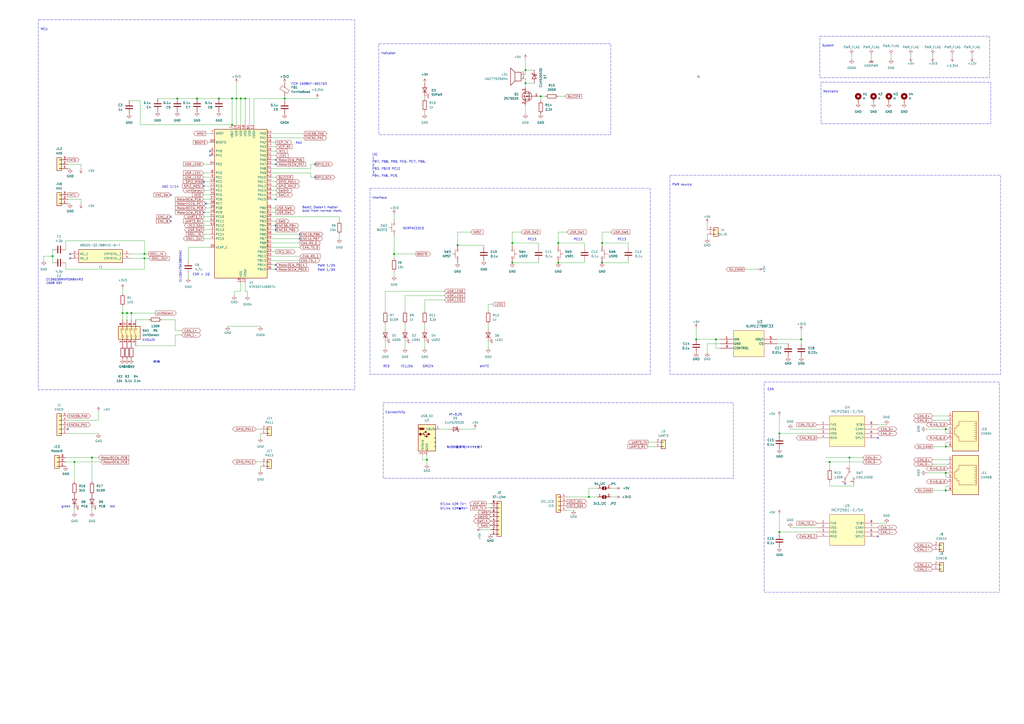
<source format=kicad_sch>
(kicad_sch (version 20230121) (generator eeschema)
  (paper "A2")
  (lib_symbols
    (symbol "ABS25-32_768KHZ-6-T:ABS25-32.768KHZ-6-T"
      (property "Reference" "Y" (at 31.75 7.62 0))
      (property "Value" "ABS25-32.768KHZ-6-T" (at 31.75 5.08 0))
      (symbol "ABS25-32.768KHZ-6-T_1_1"
        (pin passive line (at 0 -2.54 0) (length 5.08) (name "CRYSTAL_1") (number "1"))
        (pin passive line (at 35.56 -2.54 180) (length 5.08) (name "NC_1") (number "2"))
        (pin passive line (at 35.56 0 180) (length 5.08) (name "NC_2") (number "3"))
        (pin passive line (at 0 0 0) (length 5.08) (name "CRYSTAL_2") (number "4"))
      )
    )
    (symbol "Connector_Generic:Conn_01x02" (pin_names (offset 1.016) hide)
      (property "Reference" "J" (at 0 2.54 0))
      (property "Value" "Conn_01x02" (at 0 -5.08 0))
      (symbol "Conn_01x02_1_1"
        (pin passive line (at -5.08 0 0) (length 3.81) (name "Pin_1") (number "1"))
        (pin passive line (at -5.08 -2.54 0) (length 3.81) (name "Pin_2") (number "2"))
      )
    )
    (symbol "Connector_Generic:Conn_01x03" (pin_names (offset 1.016) hide)
      (property "Reference" "J" (at 0 5.08 0))
      (property "Value" "Conn_01x03" (at 0 -5.08 0))
      (symbol "Conn_01x03_1_1"
        (pin passive line (at -5.08 2.54 0) (length 3.81) (name "Pin_1") (number "1"))
        (pin passive line (at -5.08 0 0) (length 3.81) (name "Pin_2") (number "2"))
        (pin passive line (at -5.08 -2.54 0) (length 3.81) (name "Pin_3") (number "3"))
      )
    )
    (symbol "Connector_Generic:Conn_01x04" (pin_names (offset 1.016) hide)
      (property "Reference" "J" (at 0 5.08 0))
      (property "Value" "Conn_01x04" (at 0 -7.62 0))
      (symbol "Conn_01x04_1_1"
        (pin passive line (at -5.08 2.54 0) (length 3.81) (name "Pin_1") (number "1"))
        (pin passive line (at -5.08 0 0) (length 3.81) (name "Pin_2") (number "2"))
        (pin passive line (at -5.08 -2.54 0) (length 3.81) (name "Pin_3") (number "3"))
        (pin passive line (at -5.08 -5.08 0) (length 3.81) (name "Pin_4") (number "4"))
      )
    )
    (symbol "Connector_Generic:Conn_01x05" (pin_names (offset 1.016) hide)
      (property "Reference" "J" (at 0 7.62 0))
      (property "Value" "Conn_01x05" (at 0 -7.62 0))
      (symbol "Conn_01x05_1_1"
        (pin passive line (at -5.08 5.08 0) (length 3.81) (name "Pin_1") (number "1"))
        (pin passive line (at -5.08 2.54 0) (length 3.81) (name "Pin_2") (number "2"))
        (pin passive line (at -5.08 0 0) (length 3.81) (name "Pin_3") (number "3"))
        (pin passive line (at -5.08 -2.54 0) (length 3.81) (name "Pin_4") (number "4"))
        (pin passive line (at -5.08 -5.08 0) (length 3.81) (name "Pin_5") (number "5"))
      )
    )
    (symbol "Connector_Generic:Conn_01x08" (pin_names (offset 1.016) hide)
      (property "Reference" "J" (at 0 10.16 0))
      (property "Value" "Conn_01x08" (at 0 -12.7 0))
      (symbol "Conn_01x08_1_1"
        (pin passive line (at -5.08 7.62 0) (length 3.81) (name "Pin_1") (number "1"))
        (pin passive line (at -5.08 5.08 0) (length 3.81) (name "Pin_2") (number "2"))
        (pin passive line (at -5.08 2.54 0) (length 3.81) (name "Pin_3") (number "3"))
        (pin passive line (at -5.08 0 0) (length 3.81) (name "Pin_4") (number "4"))
        (pin passive line (at -5.08 -2.54 0) (length 3.81) (name "Pin_5") (number "5"))
        (pin passive line (at -5.08 -5.08 0) (length 3.81) (name "Pin_6") (number "6"))
        (pin passive line (at -5.08 -7.62 0) (length 3.81) (name "Pin_7") (number "7"))
        (pin passive line (at -5.08 -10.16 0) (length 3.81) (name "Pin_8") (number "8"))
      )
    )
    (symbol "Device:C" (pin_numbers hide) (pin_names (offset 0.254))
      (property "Reference" "C" (at 0.635 2.54 0))
      (property "Value" "C" (at 0.635 -2.54 0))
      (symbol "C_1_1"
        (pin passive line (at 0 3.81 270) (length 2.794) (name "~") (number "1"))
        (pin passive line (at 0 -3.81 90) (length 2.794) (name "~") (number "2"))
      )
    )
    (symbol "Device:D_Schottky" (pin_numbers hide) (pin_names (offset 1.016) hide)
      (property "Reference" "D" (at 0 2.54 0))
      (property "Value" "D_Schottky" (at 0 -2.54 0))
      (symbol "D_Schottky_1_1"
        (pin passive line (at -3.81 0 0) (length 2.54) (name "K") (number "1"))
        (pin passive line (at 3.81 0 180) (length 2.54) (name "A") (number "2"))
      )
    )
    (symbol "Device:FerriteBead" (pin_numbers hide) (pin_names (offset 0))
      (property "Reference" "FB" (at -3.81 0.635 90))
      (property "Value" "FerriteBead" (at 3.81 0 90))
      (symbol "FerriteBead_1_1"
        (pin passive line (at 0 3.81 270) (length 2.54) (name "~") (number "1"))
        (pin passive line (at 0 -3.81 90) (length 2.54) (name "~") (number "2"))
      )
    )
    (symbol "Device:LED" (pin_numbers hide) (pin_names (offset 1.016) hide)
      (property "Reference" "D" (at 0 2.54 0))
      (property "Value" "LED" (at 0 -2.54 0))
      (symbol "LED_1_1"
        (pin passive line (at -3.81 0 0) (length 2.54) (name "K") (number "1"))
        (pin passive line (at 3.81 0 180) (length 2.54) (name "A") (number "2"))
      )
    )
    (symbol "Device:Q_NMOS_GSD" (pin_names (offset 0) hide)
      (property "Reference" "Q" (at 5.08 1.27 0))
      (property "Value" "Q_NMOS_GSD" (at 5.08 -1.27 0))
      (symbol "Q_NMOS_GSD_1_1"
        (pin input line (at -5.08 0 0) (length 2.54) (name "G") (number "1"))
        (pin passive line (at 2.54 -5.08 90) (length 2.54) (name "S") (number "2"))
        (pin passive line (at 2.54 5.08 270) (length 2.54) (name "D") (number "3"))
      )
    )
    (symbol "Device:R" (pin_numbers hide) (pin_names (offset 0))
      (property "Reference" "R" (at 2.032 0 90))
      (property "Value" "R" (at 0 0 90))
      (symbol "R_1_1"
        (pin passive line (at 0 3.81 270) (length 1.27) (name "~") (number "1"))
        (pin passive line (at 0 -3.81 90) (length 1.27) (name "~") (number "2"))
      )
    )
    (symbol "Device:Speaker" (pin_names (offset 0) hide)
      (property "Reference" "LS" (at 1.27 5.715 0))
      (property "Value" "Speaker" (at 1.27 3.81 0))
      (symbol "Speaker_1_1"
        (pin input line (at -5.08 0 0) (length 2.54) (name "1") (number "1"))
        (pin input line (at -5.08 -2.54 0) (length 2.54) (name "2") (number "2"))
      )
    )
    (symbol "Jumper:SolderJumper_2_Open" (pin_names (offset 0) hide)
      (property "Reference" "JP" (at 0 2.032 0))
      (property "Value" "SolderJumper_2_Open" (at 0 -2.54 0))
      (symbol "SolderJumper_2_Open_1_1"
        (pin passive line (at -3.81 0 0) (length 2.54) (name "A") (number "1"))
        (pin passive line (at 3.81 0 180) (length 2.54) (name "B") (number "2"))
      )
    )
    (symbol "MCU_ST_STM32F4:STM32F446RETx"
      (property "Reference" "U" (at -15.24 44.45 0))
      (property "Value" "STM32F446RETx" (at 10.16 44.45 0))
      (symbol "STM32F446RETx_1_1"
        (pin power_in line (at -5.08 45.72 270) (length 2.54) (name "VBAT") (number "1"))
        (pin bidirectional line (at -17.78 12.7 0) (length 2.54) (name "PC2") (number "10"))
        (pin bidirectional line (at -17.78 10.16 0) (length 2.54) (name "PC3") (number "11"))
        (pin power_in line (at 2.54 -45.72 90) (length 2.54) (name "VSSA") (number "12"))
        (pin power_in line (at 7.62 45.72 270) (length 2.54) (name "VDDA") (number "13"))
        (pin bidirectional line (at 17.78 40.64 180) (length 2.54) (name "PA0") (number "14"))
        (pin bidirectional line (at 17.78 38.1 180) (length 2.54) (name "PA1") (number "15"))
        (pin bidirectional line (at 17.78 35.56 180) (length 2.54) (name "PA2") (number "16"))
        (pin bidirectional line (at 17.78 33.02 180) (length 2.54) (name "PA3") (number "17"))
        (pin power_in line (at 0 -45.72 90) (length 2.54) (name "VSS") (number "18"))
        (pin power_in line (at -2.54 45.72 270) (length 2.54) (name "VDD") (number "19"))
        (pin bidirectional line (at -17.78 -15.24 0) (length 2.54) (name "PC13") (number "2"))
        (pin bidirectional line (at 17.78 30.48 180) (length 2.54) (name "PA4") (number "20"))
        (pin bidirectional line (at 17.78 27.94 180) (length 2.54) (name "PA5") (number "21"))
        (pin bidirectional line (at 17.78 25.4 180) (length 2.54) (name "PA6") (number "22"))
        (pin bidirectional line (at 17.78 22.86 180) (length 2.54) (name "PA7") (number "23"))
        (pin bidirectional line (at -17.78 7.62 0) (length 2.54) (name "PC4") (number "24"))
        (pin bidirectional line (at -17.78 5.08 0) (length 2.54) (name "PC5") (number "25"))
        (pin bidirectional line (at 17.78 -2.54 180) (length 2.54) (name "PB0") (number "26"))
        (pin bidirectional line (at 17.78 -5.08 180) (length 2.54) (name "PB1") (number "27"))
        (pin bidirectional line (at 17.78 -7.62 180) (length 2.54) (name "PB2") (number "28"))
        (pin bidirectional line (at 17.78 -27.94 180) (length 2.54) (name "PB10") (number "29"))
        (pin bidirectional line (at -17.78 -17.78 0) (length 2.54) (name "PC14") (number "3"))
        (pin power_out line (at -17.78 -25.4 0) (length 2.54) (name "VCAP_1") (number "30"))
        (pin passive line (at 0 -45.72 90) (length 2.54) hide (name "VSS") (number "31"))
        (pin power_in line (at 0 45.72 270) (length 2.54) (name "VDD") (number "32"))
        (pin bidirectional line (at 17.78 -30.48 180) (length 2.54) (name "PB12") (number "33"))
        (pin bidirectional line (at 17.78 -33.02 180) (length 2.54) (name "PB13") (number "34"))
        (pin bidirectional line (at 17.78 -35.56 180) (length 2.54) (name "PB14") (number "35"))
        (pin bidirectional line (at 17.78 -38.1 180) (length 2.54) (name "PB15") (number "36"))
        (pin bidirectional line (at -17.78 2.54 0) (length 2.54) (name "PC6") (number "37"))
        (pin bidirectional line (at -17.78 0 0) (length 2.54) (name "PC7") (number "38"))
        (pin bidirectional line (at -17.78 -2.54 0) (length 2.54) (name "PC8") (number "39"))
        (pin bidirectional line (at -17.78 -20.32 0) (length 2.54) (name "PC15") (number "4"))
        (pin bidirectional line (at -17.78 -5.08 0) (length 2.54) (name "PC9") (number "40"))
        (pin bidirectional line (at 17.78 20.32 180) (length 2.54) (name "PA8") (number "41"))
        (pin bidirectional line (at 17.78 17.78 180) (length 2.54) (name "PA9") (number "42"))
        (pin bidirectional line (at 17.78 15.24 180) (length 2.54) (name "PA10") (number "43"))
        (pin bidirectional line (at 17.78 12.7 180) (length 2.54) (name "PA11") (number "44"))
        (pin bidirectional line (at 17.78 10.16 180) (length 2.54) (name "PA12") (number "45"))
        (pin bidirectional line (at 17.78 7.62 180) (length 2.54) (name "PA13") (number "46"))
        (pin passive line (at 0 -45.72 90) (length 2.54) hide (name "VSS") (number "47"))
        (pin power_in line (at 2.54 45.72 270) (length 2.54) (name "VDD") (number "48"))
        (pin bidirectional line (at 17.78 5.08 180) (length 2.54) (name "PA14") (number "49"))
        (pin bidirectional line (at -17.78 30.48 0) (length 2.54) (name "PH0") (number "5"))
        (pin bidirectional line (at 17.78 2.54 180) (length 2.54) (name "PA15") (number "50"))
        (pin bidirectional line (at -17.78 -7.62 0) (length 2.54) (name "PC10") (number "51"))
        (pin bidirectional line (at -17.78 -10.16 0) (length 2.54) (name "PC11") (number "52"))
        (pin bidirectional line (at -17.78 -12.7 0) (length 2.54) (name "PC12") (number "53"))
        (pin bidirectional line (at -17.78 22.86 0) (length 2.54) (name "PD2") (number "54"))
        (pin bidirectional line (at 17.78 -10.16 180) (length 2.54) (name "PB3") (number "55"))
        (pin bidirectional line (at 17.78 -12.7 180) (length 2.54) (name "PB4") (number "56"))
        (pin bidirectional line (at 17.78 -15.24 180) (length 2.54) (name "PB5") (number "57"))
        (pin bidirectional line (at 17.78 -17.78 180) (length 2.54) (name "PB6") (number "58"))
        (pin bidirectional line (at 17.78 -20.32 180) (length 2.54) (name "PB7") (number "59"))
        (pin bidirectional line (at -17.78 27.94 0) (length 2.54) (name "PH1") (number "6"))
        (pin input line (at -17.78 35.56 0) (length 2.54) (name "BOOT0") (number "60"))
        (pin bidirectional line (at 17.78 -22.86 180) (length 2.54) (name "PB8") (number "61"))
        (pin bidirectional line (at 17.78 -25.4 180) (length 2.54) (name "PB9") (number "62"))
        (pin passive line (at 0 -45.72 90) (length 2.54) hide (name "VSS") (number "63"))
        (pin power_in line (at 5.08 45.72 270) (length 2.54) (name "VDD") (number "64"))
        (pin input line (at -17.78 40.64 0) (length 2.54) (name "NRST") (number "7"))
        (pin bidirectional line (at -17.78 17.78 0) (length 2.54) (name "PC0") (number "8"))
        (pin bidirectional line (at -17.78 15.24 0) (length 2.54) (name "PC1") (number "9"))
      )
    )
    (symbol "Mechanical:MountingHole_Pad" (pin_numbers hide) (pin_names (offset 1.016) hide)
      (property "Reference" "H" (at 0 6.35 0))
      (property "Value" "MountingHole_Pad" (at 0 4.445 0))
      (symbol "MountingHole_Pad_1_1"
        (pin input line (at 0 -2.54 90) (length 2.54) (name "1") (number "1"))
      )
    )
    (symbol "Original:MCP2561-E_SN" (pin_names (offset 0.254))
      (property "Reference" "U" (at 30.48 10.16 0))
      (property "Value" "MCP2561-E/SN" (at 30.48 7.62 0))
      (symbol "MCP2561-E_SN_0_1"
        (pin input line (at 12.7 0 0) (length 7.62) (name "TXD") (number "1"))
        (pin power_in line (at 12.7 -2.54 0) (length 7.62) (name "VSS") (number "2"))
        (pin power_in line (at 12.7 -5.08 0) (length 7.62) (name "VDD") (number "3"))
        (pin output line (at 12.7 -7.62 0) (length 7.62) (name "RXD") (number "4"))
        (pin unspecified line (at 48.26 -7.62 180) (length 7.62) (name "SPLIT") (number "5"))
        (pin bidirectional line (at 48.26 -5.08 180) (length 7.62) (name "CANL") (number "6"))
        (pin bidirectional line (at 48.26 -2.54 180) (length 7.62) (name "CANH") (number "7"))
        (pin input line (at 48.26 0 180) (length 7.62) (name "STBY") (number "8"))
      )
    )
    (symbol "Original:NJM12788F33" (pin_names (offset 0.254))
      (property "Reference" "U" (at 15.24 10.16 0))
      (property "Value" "NJM12788F33" (at 15.24 7.62 0))
      (symbol "NJM12788F33_0_1"
        (pin power_in line (at 0 0 0) (length 7.62) (name "VIN") (number "1"))
        (pin input line (at 33.02 -2.54 180) (length 7.62) (name "CS") (number "4"))
      )
      (symbol "NJM12788F33_1_1"
        (pin power_in line (at 0 -2.54 0) (length 7.62) (name "GND") (number "2"))
        (pin input line (at 0 -5.08 0) (length 7.62) (name "CONTROL") (number "3"))
        (pin power_in line (at 33.02 0 180) (length 7.62) (name "VOUT") (number "5"))
      )
    )
    (symbol "Original:USB_micro-B_PWR"
      (property "Reference" "U" (at 0 2.54 0))
      (property "Value" "USB_PWR" (at 0 0 0))
      (symbol "USB_micro-B_PWR_1_1"
        (pin power_out line (at 7.62 -5.08 180) (length 2.54) (name "VBUS") (number "1"))
        (pin power_in line (at 0 -20.32 90) (length 2.54) (name "GND") (number "2"))
        (pin passive line (at -2.54 -20.32 90) (length 2.54) (name "Shield") (number "3"))
      )
    )
    (symbol "RJ45_1" (pin_names (offset 1.016))
      (property "Reference" "J" (at -5.08 13.97 0))
      (property "Value" "RJ45" (at 2.54 13.97 0))
      (symbol "RJ45_1_1_1"
        (pin passive line (at 10.16 -7.62 180) (length 2.54) (name "~") (number "1"))
        (pin passive line (at 10.16 -5.08 180) (length 2.54) (name "~") (number "2"))
        (pin passive line (at 10.16 -2.54 180) (length 2.54) (name "~") (number "3"))
        (pin passive line (at 10.16 0 180) (length 2.54) (name "~") (number "4"))
        (pin passive line (at 10.16 2.54 180) (length 2.54) (name "~") (number "5"))
        (pin passive line (at 10.16 5.08 180) (length 2.54) (name "~") (number "6"))
        (pin passive line (at 10.16 7.62 180) (length 2.54) (name "~") (number "7"))
        (pin passive line (at 10.16 10.16 180) (length 2.54) (name "~") (number "8"))
      )
    )
    (symbol "RJ45_2" (pin_names (offset 1.016))
      (property "Reference" "J" (at -5.08 13.97 0))
      (property "Value" "RJ45" (at 2.54 13.97 0))
      (symbol "RJ45_2_1_1"
        (pin passive line (at 10.16 -7.62 180) (length 2.54) (name "~") (number "1"))
        (pin passive line (at 10.16 -5.08 180) (length 2.54) (name "~") (number "2"))
        (pin passive line (at 10.16 -2.54 180) (length 2.54) (name "~") (number "3"))
        (pin passive line (at 10.16 0 180) (length 2.54) (name "~") (number "4"))
        (pin passive line (at 10.16 2.54 180) (length 2.54) (name "~") (number "5"))
        (pin passive line (at 10.16 5.08 180) (length 2.54) (name "~") (number "6"))
        (pin passive line (at 10.16 7.62 180) (length 2.54) (name "~") (number "7"))
        (pin passive line (at 10.16 10.16 180) (length 2.54) (name "~") (number "8"))
      )
    )
    (symbol "Switch:SW_DIP_x04" (pin_names (offset 0) hide)
      (property "Reference" "SW" (at 0 8.89 0))
      (property "Value" "SW_DIP_x04" (at 0 -6.35 0))
      (symbol "SW_DIP_x04_1_1"
        (pin passive line (at -7.62 5.08 0) (length 5.08) (name "~") (number "1"))
        (pin passive line (at -7.62 2.54 0) (length 5.08) (name "~") (number "2"))
        (pin passive line (at -7.62 0 0) (length 5.08) (name "~") (number "3"))
        (pin passive line (at -7.62 -2.54 0) (length 5.08) (name "~") (number "4"))
        (pin passive line (at 7.62 -2.54 180) (length 5.08) (name "~") (number "5"))
        (pin passive line (at 7.62 0 180) (length 5.08) (name "~") (number "6"))
        (pin passive line (at 7.62 2.54 180) (length 5.08) (name "~") (number "7"))
        (pin passive line (at 7.62 5.08 180) (length 5.08) (name "~") (number "8"))
      )
    )
    (symbol "Switch:SW_Push" (pin_numbers hide) (pin_names (offset 1.016) hide)
      (property "Reference" "SW" (at 1.27 2.54 0))
      (property "Value" "SW_Push" (at 0 -1.524 0))
      (symbol "SW_Push_0_1"
        (pin passive line (at -5.08 0 0) (length 2.54) (name "1") (number "1"))
        (pin passive line (at 5.08 0 180) (length 2.54) (name "2") (number "2"))
      )
    )
    (symbol "Switch:SW_SPDT" (pin_names (offset 0) hide)
      (property "Reference" "SW" (at 0 4.318 0))
      (property "Value" "SW_SPDT" (at 0 -5.08 0))
      (symbol "SW_SPDT_1_1"
        (pin passive line (at 5.08 2.54 180) (length 2.54) (name "A") (number "1"))
        (pin passive line (at -5.08 0 0) (length 2.54) (name "B") (number "2"))
        (pin passive line (at 5.08 -2.54 180) (length 2.54) (name "C") (number "3"))
      )
    )
    (symbol "power:+12V" (power) (pin_names (offset 0))
      (property "Value" "+12V" (at 0 3.556 0))
      (symbol "+12V_1_1"
        (pin power_in line (at 0 0 90) (length 0) hide (name "+12V") (number "1"))
      )
    )
    (symbol "power:+3.3VA" (power) (pin_names (offset 0))
      (property "Value" "+3.3VA" (at 0 3.556 0))
      (symbol "+3.3VA_1_1"
        (pin power_in line (at 0 0 90) (length 0) hide (name "+3.3VA") (number "1"))
      )
    )
    (symbol "power:+3V3" (power) (pin_names (offset 0))
      (property "Value" "+3V3" (at 0 3.556 0))
      (symbol "+3V3_1_1"
        (pin power_in line (at 0 0 90) (length 0) hide (name "+3V3") (number "1"))
      )
    )
    (symbol "power:+5V" (power) (pin_names (offset 0))
      (property "Value" "+5V" (at 0 3.556 0))
      (symbol "+5V_1_1"
        (pin power_in line (at 0 0 90) (length 0) hide (name "+5V") (number "1"))
      )
    )
    (symbol "power:GND" (power) (pin_names (offset 0))
      (property "Value" "GND" (at 0 -3.81 0))
      (symbol "GND_1_1"
        (pin power_in line (at 0 0 270) (length 0) hide (name "GND") (number "1"))
      )
    )
    (symbol "power:GNDA" (power) (pin_names (offset 0))
      (property "Value" "GNDA" (at 0 -3.81 0))
      (symbol "GNDA_1_1"
        (pin power_in line (at 0 0 270) (length 0) hide (name "GNDA") (number "1"))
      )
    )
    (symbol "power:GNDPWR" (power) (pin_names (offset 0))
      (property "Value" "GNDPWR" (at 0 -3.302 0))
      (symbol "GNDPWR_1_1"
        (pin power_in line (at 0 0 270) (length 0) hide (name "GNDPWR") (number "1"))
      )
    )
    (symbol "power:PWR_FLAG" (power) (pin_numbers hide) (pin_names (offset 0) hide)
      (property "Value" "PWR_FLAG" (at 0 3.81 0))
      (symbol "PWR_FLAG_0_0"
        (pin power_out line (at 0 0 90) (length 0) (name "pwr") (number "1"))
      )
    )
  )
  (junction (at 452.12 251.46))
  (junction (at 297.18 152.4))
  (junction (at 304.8 48.26))
  (junction (at 452.12 308.61))
  (junction (at 349.25 140.97))
  (junction (at 114.3 57.15))
  (junction (at 349.25 152.4))
  (junction (at 492.76 265.43))
  (junction (at 548.64 274.32))
  (junction (at 142.24 57.15))
  (junction (at 134.62 57.15))
  (junction (at 548.64 248.92))
  (junction (at 83.82 149.86))
  (junction (at 265.43 142.24))
  (junction (at 30.48 148.59))
  (junction (at 481.33 267.97))
  (junction (at 464.82 196.85))
  (junction (at 323.85 152.4))
  (junction (at 403.86 196.85))
  (junction (at 53.34 265.43))
  (junction (at 548.64 284.48))
  (junction (at 323.85 140.97))
  (junction (at 165.1 57.15))
  (junction (at 134.62 72.39))
  (junction (at 304.8 40.64))
  (junction (at 415.29 196.85))
  (junction (at 548.64 259.08))
  (junction (at 137.16 57.15))
  (junction (at 73.66 181.61))
  (junction (at 228.6 147.32))
  (junction (at 71.12 181.61))
  (junction (at 139.7 57.15))
  (junction (at 297.18 140.97))
  (junction (at 127 57.15))
  (junction (at 76.2 181.61))
  (junction (at 43.18 267.97))
  (junction (at 102.87 57.15))
  (junction (at 83.82 147.32))
  (junction (at 313.69 55.88))
  (junction (at 247.65 266.7))
  (junction (at 341.63 288.29))
  (no_connect (at 118.11 123.19))
  (no_connect (at 121.92 87.63))
  (no_connect (at 160.02 95.25))
  (no_connect (at 405.13 44.45))
  (no_connect (at 160.02 153.67))
  (no_connect (at 509.27 311.15))
  (no_connect (at 99.06 128.27))
  (no_connect (at 173.99 135.89))
  (no_connect (at 160.02 156.21))
  (no_connect (at 160.02 133.35))
  (no_connect (at 39.37 248.92))
  (no_connect (at 160.02 92.71))
  (no_connect (at 509.27 254))
  (no_connect (at 121.92 90.17))
  (no_connect (at 490.22 280.67))
  (no_connect (at 99.06 125.73))
  (no_connect (at 173.99 138.43))
  (no_connect (at 118.11 107.95))
  (no_connect (at 40.64 149.86))
  (no_connect (at 160.02 115.57))
  (no_connect (at 118.11 105.41))
  (no_connect (at 99.06 113.03))
  (no_connect (at 40.64 147.32))
  (no_connect (at 160.02 130.81))
  (no_connect (at 182.88 102.87))
  (no_connect (at 119.38 118.11))
  (no_connect (at 182.88 95.25))
  (wire (pts (xy 339.09 152.4) (xy 323.85 152.4)))
  (wire (pts (xy 139.7 168.91) (xy 139.7 163.83)))
  (wire (pts (xy 102.87 57.15) (xy 114.3 57.15)))
  (wire (pts (xy 481.33 279.4) (xy 481.33 281.94)))
  (wire (pts (xy 160.02 120.65) (xy 157.48 120.65)))
  (wire (pts (xy 458.47 306.07) (xy 473.71 306.07)))
  (wire (pts (xy 176.53 80.01) (xy 157.48 80.01)))
  (wire (pts (xy 549.91 248.92) (xy 548.64 248.92)))
  (wire (pts (xy 118.11 125.73) (xy 121.92 125.73)))
  (wire (pts (xy 549.91 274.32) (xy 548.64 274.32)))
  (wire (pts (xy 30.48 148.59) (xy 30.48 152.4)))
  (wire (pts (xy 53.34 265.43) (xy 38.1 265.43)))
  (wire (pts (xy 548.64 274.32) (xy 548.64 276.86)))
  (wire (pts (xy 114.3 57.15) (xy 127 57.15)))
  (wire (pts (xy 165.1 57.15) (xy 165.1 58.42)))
  (wire (pts (xy 537.21 274.32) (xy 548.64 274.32)))
  (wire (pts (xy 118.11 130.81) (xy 121.92 130.81)))
  (wire (pts (xy 142.24 57.15) (xy 139.7 57.15)))
  (wire (pts (xy 127 57.15) (xy 134.62 57.15)))
  (wire (pts (xy 157.48 130.81) (xy 160.02 130.81)))
  (wire (pts (xy 30.48 148.59) (xy 30.48 144.78)))
  (wire (pts (xy 147.32 57.15) (xy 147.32 72.39)))
  (wire (pts (xy 415.29 196.85) (xy 417.83 196.85)))
  (wire (pts (xy 160.02 128.27) (xy 157.48 128.27)))
  (wire (pts (xy 39.37 97.79) (xy 40.64 97.79)))
  (wire (pts (xy 109.22 151.13) (xy 109.22 143.51)))
  (wire (pts (xy 492.76 265.43) (xy 500.38 265.43)))
  (wire (pts (xy 279.4 307.34) (xy 284.48 307.34)))
  (wire (pts (xy 109.22 161.29) (xy 109.22 158.75)))
  (wire (pts (xy 246.38 57.15) (xy 246.38 55.88)))
  (wire (pts (xy 173.99 151.13) (xy 157.48 151.13)))
  (wire (pts (xy 464.82 199.39) (xy 464.82 196.85)))
  (wire (pts (xy 364.49 152.4) (xy 364.49 151.13)))
  (wire (pts (xy 223.52 180.34) (xy 223.52 168.91)))
  (wire (pts (xy 283.21 180.34) (xy 283.21 176.53)))
  (wire (pts (xy 118.11 110.49) (xy 121.92 110.49)))
  (wire (pts (xy 481.33 281.94) (xy 495.3 281.94)))
  (wire (pts (xy 53.34 294.64) (xy 53.34 297.18)))
  (wire (pts (xy 552.45 31.75) (xy 552.45 33.02)))
  (wire (pts (xy 548.64 256.54) (xy 548.64 259.08)))
  (wire (pts (xy 93.98 185.42) (xy 101.6 185.42)))
  (wire (pts (xy 349.25 140.97) (xy 364.49 140.97)))
  (wire (pts (xy 273.05 134.62) (xy 265.43 134.62)))
  (wire (pts (xy 71.12 181.61) (xy 73.66 181.61)))
  (wire (pts (xy 505.46 34.29) (xy 505.46 31.75)))
  (wire (pts (xy 53.34 265.43) (xy 53.34 279.4)))
  (wire (pts (xy 157.48 95.25) (xy 160.02 95.25)))
  (wire (pts (xy 304.8 48.26) (xy 304.8 50.8)))
  (wire (pts (xy 101.6 194.31) (xy 101.6 200.66)))
  (wire (pts (xy 176.53 77.47) (xy 157.48 77.47)))
  (wire (pts (xy 25.4 148.59) (xy 25.4 151.13)))
  (wire (pts (xy 304.8 45.72) (xy 304.8 48.26)))
  (wire (pts (xy 119.38 120.65) (xy 121.92 120.65)))
  (wire (pts (xy 173.99 143.51) (xy 157.48 143.51)))
  (wire (pts (xy 410.21 199.39) (xy 417.83 199.39)))
  (wire (pts (xy 323.85 140.97) (xy 323.85 134.62)))
  (wire (pts (xy 246.38 198.12) (xy 246.38 201.93)))
  (wire (pts (xy 495.3 280.67) (xy 495.3 281.94)))
  (wire (pts (xy 118.11 115.57) (xy 121.92 115.57)))
  (wire (pts (xy 38.1 139.7) (xy 83.82 139.7)))
  (wire (pts (xy 267.97 248.92) (xy 275.59 248.92)))
  (wire (pts (xy 356.87 288.29) (xy 354.33 288.29)))
  (wire (pts (xy 339.09 143.51) (xy 339.09 140.97)))
  (wire (pts (xy 118.11 135.89) (xy 121.92 135.89)))
  (wire (pts (xy 283.21 198.12) (xy 283.21 201.93)))
  (wire (pts (xy 313.69 55.88) (xy 312.42 55.88)))
  (wire (pts (xy 339.09 152.4) (xy 339.09 151.13)))
  (wire (pts (xy 139.7 57.15) (xy 137.16 57.15)))
  (wire (pts (xy 549.91 266.7) (xy 541.02 266.7)))
  (wire (pts (xy 83.82 156.21) (xy 83.82 149.86)))
  (wire (pts (xy 182.88 102.87) (xy 180.34 102.87)))
  (wire (pts (xy 25.4 148.59) (xy 30.48 148.59)))
  (wire (pts (xy 452.12 241.3) (xy 452.12 251.46)))
  (wire (pts (xy 160.02 107.95) (xy 157.48 107.95)))
  (wire (pts (xy 148.59 248.92) (xy 151.13 248.92)))
  (wire (pts (xy 246.38 64.77) (xy 246.38 66.04)))
  (wire (pts (xy 228.6 147.32) (xy 228.6 149.86)))
  (wire (pts (xy 142.24 168.91) (xy 142.24 163.83)))
  (wire (pts (xy 71.12 177.8) (xy 71.12 181.61)))
  (wire (pts (xy 247.65 266.7) (xy 247.65 264.16)))
  (wire (pts (xy 516.89 31.75) (xy 516.89 34.29)))
  (wire (pts (xy 78.74 200.66) (xy 101.6 200.66)))
  (wire (pts (xy 246.38 173.99) (xy 257.81 173.99)))
  (wire (pts (xy 410.21 204.47) (xy 410.21 199.39)))
  (wire (pts (xy 228.6 137.16) (xy 228.6 147.32)))
  (wire (pts (xy 494.03 34.29) (xy 494.03 31.75)))
  (wire (pts (xy 118.11 105.41) (xy 121.92 105.41)))
  (wire (pts (xy 332.74 295.91) (xy 328.93 295.91)))
  (wire (pts (xy 76.2 147.32) (xy 83.82 147.32)))
  (wire (pts (xy 549.91 259.08) (xy 548.64 259.08)))
  (wire (pts (xy 228.6 124.46) (xy 228.6 127)))
  (wire (pts (xy 223.52 187.96) (xy 223.52 190.5)))
  (wire (pts (xy 234.95 190.5) (xy 234.95 187.96)))
  (wire (pts (xy 379.73 259.08) (xy 375.92 259.08)))
  (wire (pts (xy 464.82 191.77) (xy 464.82 196.85)))
  (wire (pts (xy 102.87 57.15) (xy 91.44 57.15)))
  (wire (pts (xy 323.85 142.24) (xy 323.85 140.97)))
  (wire (pts (xy 346.71 283.21) (xy 341.63 283.21)))
  (wire (pts (xy 415.29 201.93) (xy 415.29 196.85)))
  (wire (pts (xy 144.78 72.39) (xy 144.78 57.15)))
  (wire (pts (xy 234.95 198.12) (xy 234.95 201.93)))
  (wire (pts (xy 173.99 140.97) (xy 157.48 140.97)))
  (wire (pts (xy 297.18 140.97) (xy 312.42 140.97)))
  (wire (pts (xy 43.18 267.97) (xy 58.42 267.97)))
  (wire (pts (xy 118.11 123.19) (xy 121.92 123.19)))
  (wire (pts (xy 312.42 143.51) (xy 312.42 140.97)))
  (wire (pts (xy 283.21 187.96) (xy 283.21 190.5)))
  (wire (pts (xy 118.11 128.27) (xy 121.92 128.27)))
  (wire (pts (xy 364.49 143.51) (xy 364.49 140.97)))
  (wire (pts (xy 379.73 256.54) (xy 375.92 256.54)))
  (wire (pts (xy 260.35 248.92) (xy 255.27 248.92)))
  (wire (pts (xy 157.48 156.21) (xy 160.02 156.21)))
  (wire (pts (xy 57.15 251.46) (xy 39.37 251.46)))
  (wire (pts (xy 135.89 168.91) (xy 139.7 168.91)))
  (wire (pts (xy 39.37 243.84) (xy 57.15 243.84)))
  (wire (pts (xy 180.34 95.25) (xy 180.34 97.79)))
  (wire (pts (xy 118.11 100.33) (xy 121.92 100.33)))
  (wire (pts (xy 514.35 303.53) (xy 509.27 303.53)))
  (wire (pts (xy 78.74 185.42) (xy 86.36 185.42)))
  (wire (pts (xy 341.63 288.29) (xy 346.71 288.29)))
  (wire (pts (xy 478.79 265.43) (xy 492.76 265.43)))
  (wire (pts (xy 173.99 135.89) (xy 157.48 135.89)))
  (wire (pts (xy 81.28 72.39) (xy 134.62 72.39)))
  (wire (pts (xy 265.43 142.24) (xy 280.67 142.24)))
  (wire (pts (xy 541.02 259.08) (xy 548.64 259.08)))
  (wire (pts (xy 118.11 102.87) (xy 121.92 102.87)))
  (wire (pts (xy 160.02 105.41) (xy 157.48 105.41)))
  (wire (pts (xy 410.21 138.43) (xy 410.21 135.89)))
  (wire (pts (xy 118.11 107.95) (xy 121.92 107.95)))
  (wire (pts (xy 549.91 251.46) (xy 548.64 251.46)))
  (wire (pts (xy 160.02 87.63) (xy 157.48 87.63)))
  (wire (pts (xy 417.83 201.93) (xy 415.29 201.93)))
  (wire (pts (xy 458.47 248.92) (xy 473.71 248.92)))
  (wire (pts (xy 160.02 102.87) (xy 157.48 102.87)))
  (wire (pts (xy 245.11 264.16) (xy 245.11 266.7)))
  (wire (pts (xy 135.89 171.45) (xy 135.89 168.91)))
  (wire (pts (xy 312.42 152.4) (xy 297.18 152.4)))
  (wire (pts (xy 38.1 152.4) (xy 38.1 156.21)))
  (wire (pts (xy 241.3 147.32) (xy 228.6 147.32)))
  (wire (pts (xy 160.02 82.55) (xy 157.48 82.55)))
  (wire (pts (xy 73.66 185.42) (xy 73.66 181.61)))
  (wire (pts (xy 180.34 102.87) (xy 180.34 100.33)))
  (wire (pts (xy 541.02 31.75) (xy 541.02 33.02)))
  (wire (pts (xy 478.79 267.97) (xy 481.33 267.97)))
  (wire (pts (xy 118.11 133.35) (xy 121.92 133.35)))
  (wire (pts (xy 257.81 171.45) (xy 234.95 171.45)))
  (wire (pts (xy 76.2 181.61) (xy 76.2 185.42)))
  (wire (pts (xy 119.38 118.11) (xy 121.92 118.11)))
  (wire (pts (xy 452.12 298.45) (xy 452.12 308.61)))
  (wire (pts (xy 246.38 180.34) (xy 246.38 173.99)))
  (wire (pts (xy 312.42 152.4) (xy 312.42 151.13)))
  (wire (pts (xy 196.85 125.73) (xy 196.85 128.27)))
  (wire (pts (xy 46.99 115.57) (xy 39.37 115.57)))
  (wire (pts (xy 492.76 265.43) (xy 492.76 270.51)))
  (wire (pts (xy 173.99 138.43) (xy 157.48 138.43)))
  (wire (pts (xy 349.25 140.97) (xy 349.25 134.62)))
  (wire (pts (xy 157.48 100.33) (xy 180.34 100.33)))
  (wire (pts (xy 323.85 140.97) (xy 339.09 140.97)))
  (wire (pts (xy 57.15 265.43) (xy 53.34 265.43)))
  (wire (pts (xy 309.88 48.26) (xy 304.8 48.26)))
  (wire (pts (xy 549.91 281.94) (xy 548.64 281.94)))
  (wire (pts (xy 43.18 267.97) (xy 38.1 267.97)))
  (wire (pts (xy 160.02 115.57) (xy 157.48 115.57)))
  (wire (pts (xy 142.24 72.39) (xy 142.24 57.15)))
  (wire (pts (xy 281.94 292.1) (xy 284.48 292.1)))
  (wire (pts (xy 101.6 194.31) (xy 105.41 194.31)))
  (wire (pts (xy 137.16 57.15) (xy 134.62 57.15)))
  (wire (pts (xy 514.35 246.38) (xy 509.27 246.38)))
  (wire (pts (xy 328.93 288.29) (xy 341.63 288.29)))
  (wire (pts (xy 452.12 309.88) (xy 452.12 308.61)))
  (wire (pts (xy 144.78 57.15) (xy 142.24 57.15)))
  (wire (pts (xy 160.02 85.09) (xy 157.48 85.09)))
  (wire (pts (xy 57.15 243.84) (xy 57.15 238.76)))
  (wire (pts (xy 76.2 149.86) (xy 83.82 149.86)))
  (wire (pts (xy 38.1 139.7) (xy 38.1 144.78)))
  (wire (pts (xy 173.99 148.59) (xy 157.48 148.59)))
  (wire (pts (xy 73.66 181.61) (xy 76.2 181.61)))
  (wire (pts (xy 119.38 77.47) (xy 121.92 77.47)))
  (wire (pts (xy 439.42 156.21) (xy 431.8 156.21)))
  (wire (pts (xy 481.33 267.97) (xy 481.33 271.78)))
  (wire (pts (xy 157.48 92.71) (xy 160.02 92.71)))
  (wire (pts (xy 450.85 196.85) (xy 464.82 196.85)))
  (wire (pts (xy 549.91 256.54) (xy 548.64 256.54)))
  (wire (pts (xy 157.48 97.79) (xy 180.34 97.79)))
  (wire (pts (xy 541.02 284.48) (xy 548.64 284.48)))
  (wire (pts (xy 327.66 55.88) (xy 323.85 55.88)))
  (wire (pts (xy 283.21 176.53) (xy 285.75 176.53)))
  (wire (pts (xy 71.12 167.64) (xy 71.12 170.18)))
  (wire (pts (xy 481.33 267.97) (xy 500.38 267.97)))
  (wire (pts (xy 143.51 168.91) (xy 143.51 171.45)))
  (wire (pts (xy 143.51 168.91) (xy 142.24 168.91)))
  (wire (pts (xy 39.37 118.11) (xy 40.64 118.11)))
  (wire (pts (xy 160.02 113.03) (xy 157.48 113.03)))
  (wire (pts (xy 297.18 140.97) (xy 297.18 134.62)))
  (wire (pts (xy 549.91 276.86) (xy 548.64 276.86)))
  (wire (pts (xy 349.25 134.62) (xy 354.33 134.62)))
  (wire (pts (xy 548.64 248.92) (xy 548.64 251.46)))
  (wire (pts (xy 223.52 198.12) (xy 223.52 201.93)))
  (wire (pts (xy 139.7 72.39) (xy 139.7 57.15)))
  (wire (pts (xy 137.16 48.26) (xy 137.16 57.15)))
  (wire (pts (xy 81.28 58.42) (xy 74.93 58.42)))
  (wire (pts (xy 182.88 95.25) (xy 180.34 95.25)))
  (wire (pts (xy 452.12 251.46) (xy 473.71 251.46)))
  (wire (pts (xy 245.11 266.7) (xy 247.65 266.7)))
  (wire (pts (xy 157.48 133.35) (xy 160.02 133.35)))
  (wire (pts (xy 247.65 269.24) (xy 247.65 266.7)))
  (wire (pts (xy 83.82 147.32) (xy 86.36 147.32)))
  (wire (pts (xy 537.21 248.92) (xy 548.64 248.92)))
  (wire (pts (xy 313.69 58.42) (xy 313.69 55.88)))
  (wire (pts (xy 118.11 138.43) (xy 121.92 138.43)))
  (wire (pts (xy 265.43 134.62) (xy 265.43 142.24)))
  (wire (pts (xy 356.87 283.21) (xy 354.33 283.21)))
  (wire (pts (xy 528.32 31.75) (xy 528.32 33.02)))
  (wire (pts (xy 280.67 143.51) (xy 280.67 142.24)))
  (wire (pts (xy 349.25 142.24) (xy 349.25 140.97)))
  (wire (pts (xy 165.1 57.15) (xy 184.15 57.15)))
  (wire (pts (xy 246.38 187.96) (xy 246.38 190.5)))
  (wire (pts (xy 297.18 134.62) (xy 302.26 134.62)))
  (wire (pts (xy 452.12 252.73) (xy 452.12 251.46)))
  (wire (pts (xy 228.6 160.02) (xy 228.6 157.48)))
  (wire (pts (xy 132.08 189.23) (xy 151.13 189.23)))
  (wire (pts (xy 281.94 294.64) (xy 284.48 294.64)))
  (wire (pts (xy 83.82 149.86) (xy 86.36 149.86)))
  (wire (pts (xy 309.88 40.64) (xy 304.8 40.64)))
  (wire (pts (xy 76.2 181.61) (xy 90.17 181.61)))
  (wire (pts (xy 341.63 283.21) (xy 341.63 288.29)))
  (wire (pts (xy 83.82 139.7) (xy 83.82 147.32)))
  (wire (pts (xy 450.85 199.39) (xy 457.2 199.39)))
  (wire (pts (xy 109.22 143.51) (xy 121.92 143.51)))
  (wire (pts (xy 196.85 138.43) (xy 196.85 135.89)))
  (wire (pts (xy 137.16 72.39) (xy 137.16 57.15)))
  (wire (pts (xy 234.95 171.45) (xy 234.95 180.34)))
  (wire (pts (xy 323.85 134.62) (xy 328.93 134.62)))
  (wire (pts (xy 563.88 31.75) (xy 563.88 33.02)))
  (wire (pts (xy 410.21 129.54) (xy 410.21 133.35)))
  (wire (pts (xy 134.62 57.15) (xy 134.62 72.39)))
  (wire (pts (xy 157.48 153.67) (xy 160.02 153.67)))
  (wire (pts (xy 46.99 118.11) (xy 46.99 115.57)))
  (wire (pts (xy 549.91 241.3) (xy 541.02 241.3)))
  (wire (pts (xy 71.12 185.42) (xy 71.12 181.61)))
  (wire (pts (xy 151.13 254) (xy 151.13 251.46)))
  (wire (pts (xy 101.6 191.77) (xy 101.6 185.42)))
  (wire (pts (xy 364.49 152.4) (xy 349.25 152.4)))
  (wire (pts (xy 549.91 243.84) (xy 541.02 243.84)))
  (wire (pts (xy 160.02 110.49) (xy 157.48 110.49)))
  (wire (pts (xy 403.86 190.5) (xy 403.86 196.85)))
  (wire (pts (xy 403.86 196.85) (xy 415.29 196.85)))
  (wire (pts (xy 105.41 191.77) (xy 101.6 191.77)))
  (wire (pts (xy 118.11 95.25) (xy 121.92 95.25)))
  (wire (pts (xy 304.8 40.64) (xy 304.8 43.18)))
  (wire (pts (xy 316.23 55.88) (xy 313.69 55.88)))
  (wire (pts (xy 81.28 58.42) (xy 81.28 72.39)))
  (wire (pts (xy 160.02 90.17) (xy 157.48 90.17)))
  (wire (pts (xy 160.02 146.05) (xy 157.48 146.05)))
  (wire (pts (xy 46.99 97.79) (xy 46.99 95.25)))
  (wire (pts (xy 304.8 34.29) (xy 304.8 40.64)))
  (wire (pts (xy 151.13 273.05) (xy 151.13 270.51)))
  (wire (pts (xy 549.91 269.24) (xy 541.02 269.24)))
  (wire (pts (xy 120.65 82.55) (xy 121.92 82.55)))
  (wire (pts (xy 157.48 125.73) (xy 196.85 125.73)))
  (wire (pts (xy 148.59 267.97) (xy 151.13 267.97)))
  (wire (pts (xy 160.02 123.19) (xy 157.48 123.19)))
  (wire (pts (xy 297.18 142.24) (xy 297.18 140.97)))
  (wire (pts (xy 43.18 294.64) (xy 43.18 297.18)))
  (wire (pts (xy 304.8 60.96) (xy 304.8 66.04)))
  (wire (pts (xy 165.1 55.88) (xy 165.1 57.15)))
  (wire (pts (xy 223.52 168.91) (xy 257.81 168.91)))
  (wire (pts (xy 548.64 281.94) (xy 548.64 284.48)))
  (wire (pts (xy 43.18 267.97) (xy 43.18 279.4)))
  (wire (pts (xy 452.12 308.61) (xy 473.71 308.61)))
  (wire (pts (xy 147.32 57.15) (xy 165.1 57.15)))
  (wire (pts (xy 46.99 95.25) (xy 39.37 95.25)))
  (wire (pts (xy 118.11 113.03) (xy 121.92 113.03)))
  (wire (pts (xy 38.1 156.21) (xy 83.82 156.21)))
  (wire (pts (xy 549.91 284.48) (xy 548.64 284.48)))
  (rectangle (start 214.63 109.22) (end 377.19 217.17) (stroke (width 0) (type dash)))
  (rectangle (start 476.25 47.625) (end 574.675 71.755) (stroke (width 0) (type dash)))
  (rectangle (start 222.25 233.68) (end 425.45 277.495) (stroke (width 0) (type dash)))
  (rectangle (start 219.71 25.4) (end 354.33 78.105) (stroke (width 0) (type dash)))
  (rectangle (start 22.225 11.43) (end 205.74 226.06) (stroke (width 0) (type dash)))
  (rectangle (start 443.23 221.615) (end 579.755 343.535) (stroke (width 0) (type dash)))
  (rectangle (start 475.615 20.955) (end 574.04 45.085) (stroke (width 0) (type dash)))
  (rectangle (start 388.62 101.6) (end 580.39 217.17) (stroke (width 0) (type dash)))
  (text "CAN" (at 445.135 226.695 0) (effects (font (size 1.27 1.27)) (justify left bottom)))
  (text "STLink V2の●RXへ" (at 255.27 295.91 0) (effects (font (size 1.27 1.27)) (justify left bottom)))
  (text "Indicator" (at 220.98 31.75 0) (effects (font (size 1.27 1.27)) (justify left bottom)))
  (text "Interface" (at 215.9 115.57 0) (effects (font (size 1.27 1.27)) (justify left bottom)))
  (text "PWR source" (at 389.89 107.95 0) (effects (font (size 1.27 1.27)) (justify left bottom)))
  (text "Vf=0.25" (at 260.35 241.3 0) (effects (font (size 1.27 1.27)) (justify left bottom)))
  (text "PC13" (at 358.14 139.7 0) (effects (font (size 1.27 1.27)) (justify left bottom)))
  (text "SKRPACE010" (at 233.68 133.35 0) (effects (font (size 1.27 1.27)) (justify left bottom)))
  (text "GREEN" (at 245.11 213.36 0) (effects (font (size 1.27 1.27)) (justify left bottom)))
  (text "CL10A475KO8NNNC" (at 105.41 163.83 90) (effects (font (size 1.27 1.27)) (justify left bottom)))
  (text "MCU" (at 23.495 17.78 0) (effects (font (size 1.27 1.27)) (justify left bottom)))
  (text "CC0603BRNPO9BN4R3\n1608 50V" (at 26.67 165.1 0) (effects (font (size 1.27 1.27)) (justify left bottom)))
  (text "red" (at 63.5 294.64 0) (effects (font (size 1.27 1.27)) (justify left bottom)))
  (text "Boot1 Doesn't matter\nboot from normal mem." (at 175.26 123.19 0) (effects (font (size 1.27 1.27)) (justify left bottom)))
  (text "PWM 1/3N" (at 184.15 157.48 0) (effects (font (size 1.27 1.27)) (justify left bottom)))
  (text "ESR < 1Ω" (at 111.76 160.02 0) (effects (font (size 1.27 1.27)) (justify left bottom)))
  (text "green" (at 35.56 294.64 0) (effects (font (size 1.27 1.27)) (justify left bottom)))
  (text "I2C\n1\nPB7. PB8. PB9. PC6. PC7. PB6.\n2\nPB3. PB10 PC12\n3\nPB4. PA8. PC9. " (at 215.9 102.87 0) (effects (font (size 1.27 1.27)) (justify left bottom)))
  (text "System" (at 476.885 27.305 0) (effects (font (size 1.27 1.27)) (justify left bottom)))
  (text "終端" (at 88.9 210.82 0) (effects (font (size 1.27 1.27)) (justify left bottom)))
  (text "WHITE" (at 278.13 213.36 0) (effects (font (size 1.27 1.27)) (justify left bottom)))
  (text "STLink V2の TXへ" (at 255.27 293.37 0) (effects (font (size 1.27 1.27)) (justify left bottom)))
  (text "RED" (at 222.25 213.36 0) (effects (font (size 1.27 1.27)) (justify left bottom)))
  (text "FCM 1608KF-601T03" (at 168.91 49.53 0) (effects (font (size 1.27 1.27)) (justify left bottom)))
  (text "秋月の電源用コネクタを使う" (at 259.08 260.35 0) (effects (font (size 1.27 1.27)) (justify left bottom)))
  (text "YELLOW" (at 232.41 213.36 0) (effects (font (size 1.27 1.27)) (justify left bottom)))
  (text "PA2" (at 171.45 83.82 0) (effects (font (size 1.27 1.27)) (justify left bottom)))
  (text "Connectivity" (at 223.52 240.03 0) (effects (font (size 1.27 1.27)) (justify left bottom)))
  (text "PC13" (at 332.74 139.7 0) (effects (font (size 1.27 1.27)) (justify left bottom)))
  (text "KHS42E" (at 82.55 198.12 0) (effects (font (size 1.27 1.27)) (justify left bottom)))
  (text "Mechanic" (at 477.52 53.975 0) (effects (font (size 1.27 1.27)) (justify left bottom)))
  (text "ADC 1/14" (at 93.98 109.22 0) (effects (font (size 1.27 1.27)) (justify left bottom)))
  (text "PC13" (at 306.07 139.7 0) (effects (font (size 1.27 1.27)) (justify left bottom)))
  (text "PWM 1/2N" (at 184.15 154.94 0) (effects (font (size 1.27 1.27)) (justify left bottom)))
  (global_label "CAN_1-" (shape bidirectional) (at 541.02 318.77 180) (property "Intersheetrefs" "${INTERSHEET_REFS}" (effects hide)))
  (global_label "CAN_RD_1" (shape input) (at 173.99 148.59 0) (property "Intersheetrefs" "${INTERSHEET_REFS}" (effects hide)))
  (global_label "GPIO_PA12" (shape bidirectional) (at 148.59 267.97 180) (property "Intersheetrefs" "${INTERSHEET_REFS}" (effects hide)))
  (global_label "I2C2_SDA" (shape output) (at 328.93 293.37 0) (property "Intersheetrefs" "${INTERSHEET_REFS}" (effects hide)))
  (global_label "VCP_RX" (shape input) (at 160.02 85.09 0) (property "Intersheetrefs" "${INTERSHEET_REFS}" (effects hide)))
  (global_label "CAN_1-" (shape bidirectional) (at 509.27 308.61 0) (property "Intersheetrefs" "${INTERSHEET_REFS}" (effects hide)))
  (global_label "USR_LED1" (shape input) (at 257.81 171.45 0) (property "Intersheetrefs" "${INTERSHEET_REFS}" (effects hide)))
  (global_label "CAN_1+" (shape bidirectional) (at 509.27 306.07 0) (property "Intersheetrefs" "${INTERSHEET_REFS}" (effects hide)))
  (global_label "INT0" (shape input) (at 118.11 113.03 180) (property "Intersheetrefs" "${INTERSHEET_REFS}" (effects hide)))
  (global_label "ENC3A_PB5" (shape output) (at 160.02 133.35 0) (property "Intersheetrefs" "${INTERSHEET_REFS}" (effects hide)))
  (global_label "Motor0CW_PC6" (shape input) (at 58.42 267.97 0) (property "Intersheetrefs" "${INTERSHEET_REFS}" (effects hide)))
  (global_label "INT1" (shape input) (at 160.02 87.63 0) (property "Intersheetrefs" "${INTERSHEET_REFS}" (effects hide)))
  (global_label "Motor0CCW_PC8" (shape input) (at 119.38 120.65 180) (property "Intersheetrefs" "${INTERSHEET_REFS}" (effects hide)))
  (global_label "I2C2_SCL" (shape output) (at 328.93 290.83 0) (property "Intersheetrefs" "${INTERSHEET_REFS}" (effects hide)))
  (global_label "CAN_0-" (shape bidirectional) (at 541.02 269.24 180) (property "Intersheetrefs" "${INTERSHEET_REFS}" (effects hide)))
  (global_label "USR_LED0" (shape input) (at 257.81 168.91 0) (property "Intersheetrefs" "${INTERSHEET_REFS}" (effects hide)))
  (global_label "BUZZER" (shape input) (at 327.66 55.88 0) (property "Intersheetrefs" "${INTERSHEET_REFS}" (effects hide)))
  (global_label "BOOT0" (shape output) (at 241.3 147.32 0) (property "Intersheetrefs" "${INTERSHEET_REFS}" (effects hide)))
  (global_label "NRST" (shape output) (at 119.38 77.47 180) (property "Intersheetrefs" "${INTERSHEET_REFS}" (effects hide)))
  (global_label "Motor3CCW_PB15" (shape input) (at 160.02 156.21 0) (property "Intersheetrefs" "${INTERSHEET_REFS}" (effects hide)))
  (global_label "CAN_TD_0" (shape input) (at 473.71 246.38 180) (property "Intersheetrefs" "${INTERSHEET_REFS}" (effects hide)))
  (global_label "I2C2_SDA" (shape output) (at 118.11 130.81 180) (property "Intersheetrefs" "${INTERSHEET_REFS}" (effects hide)))
  (global_label "CAN_1-" (shape bidirectional) (at 105.41 194.31 0) (property "Intersheetrefs" "${INTERSHEET_REFS}" (effects hide)))
  (global_label "ENC_SW" (shape input) (at 99.06 113.03 180) (property "Intersheetrefs" "${INTERSHEET_REFS}" (effects hide)))
  (global_label "CAN_TD_1" (shape input) (at 473.71 303.53 180) (property "Intersheetrefs" "${INTERSHEET_REFS}" (effects hide)))
  (global_label "LED1" (shape input) (at 160.02 90.17 0) (property "Intersheetrefs" "${INTERSHEET_REFS}" (effects hide)))
  (global_label "RJ45_3_0" (shape bidirectional) (at 549.91 246.38 180) (property "Intersheetrefs" "${INTERSHEET_REFS}" (effects hide)))
  (global_label "SPI2_MOSI" (shape input) (at 118.11 107.95 180) (property "Intersheetrefs" "${INTERSHEET_REFS}" (effects hide)))
  (global_label "USR_SW2" (shape input) (at 302.26 134.62 0) (property "Intersheetrefs" "${INTERSHEET_REFS}" (effects hide)))
  (global_label "INT0" (shape output) (at 39.37 92.71 0) (property "Intersheetrefs" "${INTERSHEET_REFS}" (effects hide)))
  (global_label "RJ45_6_0" (shape bidirectional) (at 549.91 279.4 180) (property "Intersheetrefs" "${INTERSHEET_REFS}" (effects hide)))
  (global_label "RJ45_3_0" (shape bidirectional) (at 549.91 271.78 180) (property "Intersheetrefs" "${INTERSHEET_REFS}" (effects hide)))
  (global_label "SWDIO" (shape bidirectional) (at 284.48 299.72 180) (property "Intersheetrefs" "${INTERSHEET_REFS}" (effects hide)))
  (global_label "CAN_0+" (shape bidirectional) (at 541.02 241.3 180) (property "Intersheetrefs" "${INTERSHEET_REFS}" (effects hide)))
  (global_label "SWCLK" (shape bidirectional) (at 284.48 302.26 180) (property "Intersheetrefs" "${INTERSHEET_REFS}" (effects hide)))
  (global_label "CAN_0+" (shape bidirectional) (at 509.27 248.92 0) (property "Intersheetrefs" "${INTERSHEET_REFS}" (effects hide)))
  (global_label "ENC_B" (shape input) (at 99.06 128.27 180) (property "Intersheetrefs" "${INTERSHEET_REFS}" (effects hide)))
  (global_label "OSCL_IN" (shape input) (at 118.11 135.89 180) (property "Intersheetrefs" "${INTERSHEET_REFS}" (effects hide)))
  (global_label "SWO" (shape bidirectional) (at 284.48 304.8 180) (property "Intersheetrefs" "${INTERSHEET_REFS}" (effects hide)))
  (global_label "NRST" (shape output) (at 284.48 297.18 180) (property "Intersheetrefs" "${INTERSHEET_REFS}" (effects hide)))
  (global_label "CAN_1+" (shape bidirectional) (at 541.02 327.66 180) (property "Intersheetrefs" "${INTERSHEET_REFS}" (effects hide)))
  (global_label "SPI2_SCK" (shape output) (at 182.88 102.87 0) (property "Intersheetrefs" "${INTERSHEET_REFS}" (effects hide)))
  (global_label "SWCLK" (shape bidirectional) (at 160.02 113.03 0) (property "Intersheetrefs" "${INTERSHEET_REFS}" (effects hide)))
  (global_label "USR_LED2" (shape input) (at 257.81 173.99 0) (property "Intersheetrefs" "${INTERSHEET_REFS}" (effects hide)))
  (global_label "Motor0CW_PC6" (shape input) (at 118.11 115.57 180) (property "Intersheetrefs" "${INTERSHEET_REFS}" (effects hide)))
  (global_label "CAN_RD_0" (shape output) (at 473.71 254 180) (property "Intersheetrefs" "${INTERSHEET_REFS}" (effects hide)))
  (global_label "CAN_RD_0" (shape output) (at 173.99 140.97 0) (property "Intersheetrefs" "${INTERSHEET_REFS}" (effects hide)))
  (global_label "VCP_RX" (shape output) (at 281.94 292.1 180) (property "Intersheetrefs" "${INTERSHEET_REFS}" (effects hide)))
  (global_label "OSCL_IN" (shape output) (at 86.36 147.32 0) (property "Intersheetrefs" "${INTERSHEET_REFS}" (effects hide)))
  (global_label "GPIO_PA11" (shape bidirectional) (at 148.59 248.92 180) (property "Intersheetrefs" "${INTERSHEET_REFS}" (effects hide)))
  (global_label "Motor2CCW_PA7" (shape input) (at 160.02 95.25 0) (property "Intersheetrefs" "${INTERSHEET_REFS}" (effects hide)))
  (global_label "SWO" (shape bidirectional) (at 160.02 128.27 0) (property "Intersheetrefs" "${INTERSHEET_REFS}" (effects hide)))
  (global_label "Motor1CCW_PC7" (shape input) (at 119.38 118.11 180) (property "Intersheetrefs" "${INTERSHEET_REFS}" (effects hide)))
  (global_label "5V_CAN0" (shape output) (at 541.02 259.08 180) (property "Intersheetrefs" "${INTERSHEET_REFS}" (effects hide)))
  (global_label "OSCL_OUT" (shape input) (at 86.36 149.86 0) (property "Intersheetrefs" "${INTERSHEET_REFS}" (effects hide)))
  (global_label "CAN_1-" (shape bidirectional) (at 541.02 330.2 180) (property "Intersheetrefs" "${INTERSHEET_REFS}" (effects hide)))
  (global_label "NRST" (shape input) (at 273.05 134.62 0) (property "Intersheetrefs" "${INTERSHEET_REFS}" (effects hide)))
  (global_label "GPIO_PA12" (shape bidirectional) (at 160.02 107.95 0) (property "Intersheetrefs" "${INTERSHEET_REFS}" (effects hide)))
  (global_label "Motor2CW_PA6" (shape input) (at 160.02 92.71 0) (property "Intersheetrefs" "${INTERSHEET_REFS}" (effects hide)))
  (global_label "LED1" (shape input) (at 285.75 176.53 0) (property "Intersheetrefs" "${INTERSHEET_REFS}" (effects hide)))
  (global_label "USR_SW1" (shape input) (at 328.93 134.62 0) (property "Intersheetrefs" "${INTERSHEET_REFS}" (effects hide)))
  (global_label "UART3_TX" (shape output) (at 375.92 256.54 180) (property "Intersheetrefs" "${INTERSHEET_REFS}" (effects hide)))
  (global_label "I2C2_SCL" (shape output) (at 160.02 146.05 0) (property "Intersheetrefs" "${INTERSHEET_REFS}" (effects hide)))
  (global_label "VCP_TX" (shape output) (at 160.02 82.55 0) (property "Intersheetrefs" "${INTERSHEET_REFS}" (effects hide)))
  (global_label "CAN_0+" (shape bidirectional) (at 541.02 266.7 180) (property "Intersheetrefs" "${INTERSHEET_REFS}" (effects hide)))
  (global_label "USR_SW0" (shape output) (at 160.02 120.65 0) (property "Intersheetrefs" "${INTERSHEET_REFS}" (effects hide)))
  (global_label "ENC1A_PB7" (shape output) (at 173.99 138.43 0) (property "Intersheetrefs" "${INTERSHEET_REFS}" (effects hide)))
  (global_label "ENC0B_PA0" (shape output) (at 39.37 241.3 0) (property "Intersheetrefs" "${INTERSHEET_REFS}" (effects hide)))
  (global_label "BOOT0" (shape input) (at 120.65 82.55 180) (property "Intersheetrefs" "${INTERSHEET_REFS}" (effects hide)))
  (global_label "SPI2_MISO" (shape output) (at 118.11 105.41 180) (property "Intersheetrefs" "${INTERSHEET_REFS}" (effects hide)))
  (global_label "BUZZER" (shape input) (at 160.02 102.87 0) (property "Intersheetrefs" "${INTERSHEET_REFS}" (effects hide)))
  (global_label "CAN_TD_1" (shape output) (at 173.99 151.13 0) (property "Intersheetrefs" "${INTERSHEET_REFS}" (effects hide)))
  (global_label "CAN_RD_1" (shape output) (at 473.71 311.15 180) (property "Intersheetrefs" "${INTERSHEET_REFS}" (effects hide)))
  (global_label "CAN_1+" (shape bidirectional) (at 541.02 316.23 180) (property "Intersheetrefs" "${INTERSHEET_REFS}" (effects hide)))
  (global_label "CAN_0-" (shape bidirectional) (at 541.02 243.84 180) (property "Intersheetrefs" "${INTERSHEET_REFS}" (effects hide)))
  (global_label "5V_CAN0" (shape output) (at 431.8 156.21 180) (property "Intersheetrefs" "${INTERSHEET_REFS}" (effects hide)))
  (global_label "RJ45_6_0" (shape bidirectional) (at 549.91 254 180) (property "Intersheetrefs" "${INTERSHEET_REFS}" (effects hide)))
  (global_label "SPI2_CS" (shape output) (at 182.88 95.25 0) (property "Intersheetrefs" "${INTERSHEET_REFS}" (effects hide)))
  (global_label "UART3_RX" (shape input) (at 375.92 259.08 180) (property "Intersheetrefs" "${INTERSHEET_REFS}" (effects hide)))
  (global_label "USR_SW1" (shape output) (at 160.02 123.19 0) (property "Intersheetrefs" "${INTERSHEET_REFS}" (effects hide)))
  (global_label "SWDIO" (shape bidirectional) (at 160.02 110.49 0) (property "Intersheetrefs" "${INTERSHEET_REFS}" (effects hide)))
  (global_label "CAN_0-" (shape bidirectional) (at 509.27 251.46 0) (property "Intersheetrefs" "${INTERSHEET_REFS}" (effects hide)))
  (global_label "UnitSelect" (shape output) (at 90.17 181.61 0) (property "Intersheetrefs" "${INTERSHEET_REFS}" (effects hide)))
  (global_label "UART3_TX" (shape output) (at 118.11 125.73 180) (property "Intersheetrefs" "${INTERSHEET_REFS}" (effects hide)))
  (global_label "USR_SW0" (shape input) (at 354.33 134.62 0) (property "Intersheetrefs" "${INTERSHEET_REFS}" (effects hide)))
  (global_label "CAN_0+" (shape bidirectional) (at 500.38 265.43 0) (property "Intersheetrefs" "${INTERSHEET_REFS}" (effects hide)))
  (global_label "VCP_TX" (shape input) (at 281.94 294.64 180) (property "Intersheetrefs" "${INTERSHEET_REFS}" (effects hide)))
  (global_label "UnitSelect" (shape output) (at 118.11 110.49 180) (property "Intersheetrefs" "${INTERSHEET_REFS}" (effects hide)))
  (global_label "ENC0A_PA1" (shape output) (at 39.37 246.38 0) (property "Intersheetrefs" "${INTERSHEET_REFS}" (effects hide)))
  (global_label "ENC0A_PA1" (shape output) (at 176.53 80.01 0) (property "Intersheetrefs" "${INTERSHEET_REFS}" (effects hide)))
  (global_label "CAN_0-" (shape bidirectional) (at 500.38 267.97 0) (property "Intersheetrefs" "${INTERSHEET_REFS}" (effects hide)))
  (global_label "Motor3CW_PB14" (shape input) (at 160.02 153.67 0) (property "Intersheetrefs" "${INTERSHEET_REFS}" (effects hide)))
  (global_label "5V_CAN0" (shape output) (at 541.02 284.48 180) (property "Intersheetrefs" "${INTERSHEET_REFS}" (effects hide)))
  (global_label "Motor0CCW_PC8" (shape input) (at 57.15 265.43 0) (property "Intersheetrefs" "${INTERSHEET_REFS}" (effects hide)))
  (global_label "USR_LED2" (shape input) (at 118.11 102.87 180) (property "Intersheetrefs" "${INTERSHEET_REFS}" (effects hide)))
  (global_label "ENC3B_PB4" (shape output) (at 160.02 130.81 0) (property "Intersheetrefs" "${INTERSHEET_REFS}" (effects hide)))
  (global_label "ENC_A" (shape input) (at 99.06 125.73 180) (property "Intersheetrefs" "${INTERSHEET_REFS}" (effects hide)))
  (global_label "CAN_TD_0" (shape input) (at 173.99 143.51 0) (property "Intersheetrefs" "${INTERSHEET_REFS}" (effects hide)))
  (global_label "USR_LED0" (shape input) (at 118.11 95.25 180) (property "Intersheetrefs" "${INTERSHEET_REFS}" (effects hide)))
  (global_label "UART3_RX" (shape input) (at 118.11 128.27 180) (property "Intersheetrefs" "${INTERSHEET_REFS}" (effects hide)))
  (global_label "USR_SW2" (shape output) (at 118.11 133.35 180) (property "Intersheetrefs" "${INTERSHEET_REFS}" (effects hide)))
  (global_label "ENC1B_PB6" (shape output) (at 173.99 135.89 0) (property "Intersheetrefs" "${INTERSHEET_REFS}" (effects hide)))
  (global_label "OSCL_OUT" (shape output) (at 118.11 138.43 180) (property "Intersheetrefs" "${INTERSHEET_REFS}" (effects hide)))
  (global_label "INT1" (shape output) (at 39.37 113.03 0) (property "Intersheetrefs" "${INTERSHEET_REFS}" (effects hide)))
  (global_label "GPIO_PA11" (shape bidirectional) (at 160.02 105.41 0) (property "Intersheetrefs" "${INTERSHEET_REFS}" (effects hide)))
  (global_label "CAN_1+" (shape bidirectional) (at 105.41 191.77 0) (property "Intersheetrefs" "${INTERSHEET_REFS}" (effects hide)))
  (global_label "USR_LED1" (shape input) (at 118.11 100.33 180) (property "Intersheetrefs" "${INTERSHEET_REFS}" (effects hide)))
  (global_label "Motor1CW_PC9" (shape input) (at 118.11 123.19 180) (property "Intersheetrefs" "${INTERSHEET_REFS}" (effects hide)))
  (global_label "ENC0B_PA0" (shape output) (at 176.53 77.47 0) (property "Intersheetrefs" "${INTERSHEET_REFS}" (effects hide)))
  (symbol (lib_id "power:+3V3") (at 356.87 288.29 270) (mirror x) (unit 1)
    (property "Reference" "#PWR082" (effects hide))
    (property "Value" "+3V3" (at 360.68 288.29 90) (effects (justify left)))
  )
  (symbol (lib_id "power:GND") (at 458.47 248.92 180) (unit 1)
    (property "Reference" "#PWR055" (effects hide))
    (property "Value" "GND" (at 458.343 244.5258 0))
  )
  (symbol (lib_id "Device:R") (at 313.69 62.23 180) (unit 1)
    (property "Reference" "R14" (at 316.23 60.96 0) (effects (justify right)))
    (property "Value" "2.2k" (at 316.23 63.5 0) (effects (justify right)))
    (property "Footprint" "Resistor_SMD:R_0603_1608Metric" (effects hide))
  )
  (symbol (lib_id "power:GNDA") (at 494.03 34.29 0) (unit 1)
    (property "Reference" "#PWR061" (effects hide))
    (property "Value" "GNDA" (at 494.03 39.37 0))
  )
  (symbol (lib_id "power:GND") (at 497.84 59.69 0) (unit 1)
    (property "Reference" "#PWR048" (effects hide))
    (property "Value" "GND" (at 497.84 64.77 0))
  )
  (symbol (lib_id "power:GND") (at 223.52 201.93 0) (unit 1)
    (property "Reference" "#PWR023" (effects hide))
    (property "Value" "GND" (at 223.52 207.01 0))
  )
  (symbol (lib_id "power:PWR_FLAG") (at 552.45 31.75 0) (unit 1)
    (property "Reference" "#FLG06" (effects hide))
    (property "Value" "PWR_FLAG" (at 552.45 27.3558 0))
  )
  (symbol (lib_id "power:GND") (at 332.74 295.91 0) (mirror y) (unit 1)
    (property "Reference" "#PWR080" (effects hide))
    (property "Value" "GND" (at 332.74 299.72 0))
  )
  (symbol (lib_id "Mechanical:MountingHole_Pad") (at 506.73 57.15 0) (unit 1)
    (property "Reference" "H2" (at 509.27 54.61 0) (effects (justify left)))
    (property "Value" "H" (at 509.27 57.15 0) (effects (justify left)))
    (property "Footprint" "MountingHole:MountingHole_3.2mm_M3_DIN965_Pad" (effects hide))
  )
  (symbol (lib_id "power:PWR_FLAG") (at 505.46 31.75 0) (unit 1)
    (property "Reference" "#FLG02" (effects hide))
    (property "Value" "PWR_FLAG" (at 505.46 27.3558 0))
  )
  (symbol (lib_id "Device:C") (at 109.22 154.94 0) (unit 1)
    (property "Reference" "C6" (at 113.03 153.67 0) (effects (justify left)))
    (property "Value" "4.7u" (at 113.03 156.21 0) (effects (justify left)))
    (property "Footprint" "Capacitor_SMD:C_0603_1608Metric" (effects hide))
  )
  (symbol (lib_id "power:+12V") (at 563.88 33.02 180) (unit 1)
    (property "Reference" "#PWR071" (effects hide))
    (property "Value" "+12V" (at 563.88 36.83 0))
  )
  (symbol (lib_id "Connector_Generic:Conn_01x03") (at 34.29 115.57 180) (unit 1)
    (property "Reference" "J16" (at 34.29 106.68 0))
    (property "Value" "Int1" (at 34.29 109.22 0))
    (property "Footprint" "Connector_JST:JST_XA_B03B-XASK-1_1x03_P2.50mm_Vertical" (effects hide))
  )
  (symbol (lib_id "Device:R") (at 196.85 132.08 0) (mirror x) (unit 1)
    (property "Reference" "R6" (at 194.945 130.8099 0) (effects (justify right)))
    (property "Value" "10k" (at 194.945 133.3499 0) (effects (justify right)))
    (property "Footprint" "Resistor_SMD:R_0603_1608Metric" (effects hide))
  )
  (symbol (lib_id "power:+5V") (at 246.38 48.26 0) (unit 1)
    (property "Reference" "#PWR027" (effects hide))
    (property "Value" "+5V" (at 246.38 43.18 0))
  )
  (symbol (lib_id "power:GND") (at 228.6 160.02 0) (unit 1)
    (property "Reference" "#PWR025" (effects hide))
    (property "Value" "GND" (at 228.6 165.1 0))
  )
  (symbol (lib_id "power:PWR_FLAG") (at 516.89 31.75 0) (unit 1)
    (property "Reference" "#FLG03" (effects hide))
    (property "Value" "PWR_FLAG" (at 516.89 26.67 0))
  )
  (symbol (lib_id "power:GND") (at 537.21 248.92 270) (mirror x) (unit 1)
    (property "Reference" "#PWR067" (effects hide))
    (property "Value" "GND" (at 532.8158 248.793 0))
  )
  (symbol (lib_id "power:GND") (at 53.34 297.18 0) (unit 1)
    (property "Reference" "#PWR079" (effects hide))
    (property "Value" "GND" (at 53.34 302.26 0))
  )
  (symbol (lib_id "power:GND") (at 247.65 269.24 0) (unit 1)
    (property "Reference" "#PWR030" (effects hide))
    (property "Value" "GND" (at 247.65 273.05 0))
  )
  (symbol (lib_id "Device:C") (at 34.29 152.4 270) (mirror x) (unit 1)
    (property "Reference" "C2" (at 34.29 160.02 90))
    (property "Value" "4.3p" (at 34.29 157.48 90))
    (property "Footprint" "Capacitor_SMD:C_0603_1608Metric" (effects hide))
  )
  (symbol (lib_id "Device:R") (at 71.12 204.47 0) (mirror y) (unit 1)
    (property "Reference" "R2" (at 71.12 218.44 0) (effects (justify left)))
    (property "Value" "10k" (at 71.12 220.98 0) (effects (justify left)))
    (property "Footprint" "Resistor_SMD:R_0603_1608Metric" (effects hide))
  )
  (symbol (lib_id "power:PWR_FLAG") (at 528.32 31.75 0) (unit 1)
    (property "Reference" "#FLG04" (effects hide))
    (property "Value" "PWR_FLAG" (at 528.32 27.3558 0))
  )
  (symbol (lib_id "Connector_Generic:Conn_01x02") (at 546.1 330.2 0) (mirror x) (unit 1)
    (property "Reference" "J9" (at 546.1 321.31 0))
    (property "Value" "CAN1B" (at 546.1 323.85 0))
    (property "Footprint" "Original:JST_GH_SM02B-GHS-TB_1x02-1MP_P1.25mm_Horizontal_Handsolder" (effects hide))
  )
  (symbol (lib_id "MCU_ST_STM32F4:STM32F446RETx") (at 139.7 118.11 0) (unit 1)
    (property "Reference" "U1" (at 144.4341 163.83 0) (effects (justify left)))
    (property "Value" "STM32F446RETx" (at 144.4341 166.37 0) (effects (justify left)))
    (property "Footprint" "Package_QFP:LQFP-64_10x10mm_P0.5mm" (effects hide))
    (property "Datasheet" "https://www.st.com/resource/en/datasheet/stm32f446re.pdf" (effects hide))
  )
  (symbol (lib_id "Mechanical:MountingHole_Pad") (at 515.62 57.15 0) (unit 1)
    (property "Reference" "H3" (at 518.16 54.61 0) (effects (justify left)))
    (property "Value" "H" (at 518.16 57.15 0) (effects (justify left)))
    (property "Footprint" "MountingHole:MountingHole_3.2mm_M3_DIN965_Pad" (effects hide))
  )
  (symbol (lib_id "power:GND") (at 297.18 152.4 0) (unit 1)
    (property "Reference" "#PWR035" (effects hide))
    (property "Value" "GND" (at 297.18 157.48 0))
  )
  (symbol (lib_id "Device:C") (at 364.49 147.32 0) (unit 1)
    (property "Reference" "C13" (at 368.3 146.05 0) (effects (justify left)))
    (property "Value" "0.1u" (at 368.3 148.59 0) (effects (justify left)))
    (property "Footprint" "Capacitor_SMD:C_0603_1608Metric" (effects hide))
  )
  (symbol (lib_id "power:GND") (at 40.64 118.11 0) (unit 1)
    (property "Reference" "#PWR083" (effects hide))
    (property "Value" "GND" (at 40.767 122.5042 0))
  )
  (symbol (lib_name "RJ45_2") (lib_id "Connector:RJ45") (at 560.07 274.32 180) (unit 1)
    (property "Reference" "J11" (at 568.96 274.32 0) (effects (justify right)))
    (property "Value" "CAN0B" (at 568.96 276.86 0) (effects (justify right)))
    (property "Footprint" "Original:Kai_LAN_RJ45_Neltron_Industrial_7810-8P8C" (effects hide))
  )
  (symbol (lib_id "ABS25-32_768KHZ-6-T:ABS25-32.768KHZ-6-T") (at 76.2 149.86 180) (unit 1)
    (property "Reference" "Y1" (at 59.69 154.94 0) (effects (justify left)))
    (property "Value" "ABS25-32.768KHZ-6-T" (at 69.85 142.24 0) (effects (justify left)))
    (property "Footprint" "SamacSys_Parts:ABS2532768KHZT" (effects hide))
    (property "Datasheet" "https://abracon.com/Resonators/abs25.pdf" (effects hide))
    (property "Height" "2" (effects hide))
    (property "Manufacturer_Name" "ABRACON" (effects hide))
    (property "Manufacturer_Part_Number" "ABS25-32.768KHZ-6-T" (effects hide))
    (property "Mouser Part Number" "815-ABS25-32.768K6-T" (effects hide))
    (property "Mouser Price/Stock" "https://www.mouser.co.uk/ProductDetail/ABRACON/ABS25-32.768KHZ-6-T?qs=wl%2FhatdkTudHMJeSjMoOzg%3D%3D" (effects hide))
    (property "Arrow Part Number" "ABS25-32.768KHZ-6-T" (effects hide))
    (property "Arrow Price/Stock" "https://www.arrow.com/en/products/abs25-32.768khz-6-t/abracon?region=nac" (effects hide))
  )
  (symbol (lib_id "power:+5V") (at 275.59 248.92 0) (mirror y) (unit 1)
    (property "Reference" "#PWR032" (effects hide))
    (property "Value" "+5V" (at 275.59 245.11 0))
  )
  (symbol (lib_id "power:GND") (at 151.13 254 0) (unit 1)
    (property "Reference" "#PWR085" (effects hide))
    (property "Value" "GND" (at 151.13 259.08 0))
  )
  (symbol (lib_id "power:GND") (at 74.93 66.04 0) (unit 1)
    (property "Reference" "#PWR05" (effects hide))
    (property "Value" "GND" (at 74.93 71.12 0))
  )
  (symbol (lib_id "Switch:SW_DIP_x04") (at 76.2 193.04 90) (unit 1)
    (property "Reference" "SW1" (at 82.55 191.77 90) (effects (justify right)))
    (property "Value" "UnitSelect" (at 82.55 194.31 90) (effects (justify right)))
    (property "Footprint" "Button_Switch_SMD:SW_DIP_SPSTx04_Slide_KingTek_DSHP04TS_W7.62mm_P1.27mm" (effects hide))
  )
  (symbol (lib_id "Connector_Generic:Conn_01x03") (at 33.02 267.97 180) (unit 1)
    (property "Reference" "J13" (at 33.02 259.08 0))
    (property "Value" "Motor0" (at 33.02 261.62 0))
    (property "Footprint" "Connector_JST:JST_XA_B03B-XASK-1_1x03_P2.50mm_Vertical" (effects hide))
  )
  (symbol (lib_id "Device:C") (at 102.87 60.96 180) (unit 1)
    (property "Reference" "C5" (at 99.06 62.2301 0) (effects (justify left)))
    (property "Value" "0.1u" (at 99.06 59.69 0) (effects (justify left)))
    (property "Footprint" "Capacitor_SMD:C_0603_1608Metric" (effects hide))
  )
  (symbol (lib_id "Device:C") (at 165.1 62.23 0) (unit 1)
    (property "Reference" "C9" (at 161.29 63.5 0) (effects (justify right)))
    (property "Value" "0.1u" (at 161.29 60.96 0) (effects (justify right)))
    (property "Footprint" "Capacitor_SMD:C_0603_1608Metric" (effects hide))
  )
  (symbol (lib_id "Device:R") (at 228.6 153.67 180) (unit 1)
    (property "Reference" "R8" (at 230.505 152.3999 0) (effects (justify right)))
    (property "Value" "10k" (at 230.505 154.9399 0) (effects (justify right)))
    (property "Footprint" "Resistor_SMD:R_0603_1608Metric" (effects hide))
  )
  (symbol (lib_id "Device:R") (at 320.04 55.88 270) (mirror x) (unit 1)
    (property "Reference" "R15" (at 320.04 49.53 90))
    (property "Value" "200R" (at 320.04 52.07 90))
    (property "Footprint" "Resistor_SMD:R_0603_1608Metric" (effects hide))
  )
  (symbol (lib_id "Connector_Generic:Conn_01x02") (at 546.1 318.77 0) (mirror x) (unit 1)
    (property "Reference" "J8" (at 546.1 309.88 0))
    (property "Value" "CAN1A" (at 546.1 312.42 0))
    (property "Footprint" "Original:JST_GH_SM02B-GHS-TB_1x02-1MP_P1.25mm_Horizontal_Handsolder" (effects hide))
  )
  (symbol (lib_id "power:+3V3") (at 228.6 124.46 0) (mirror y) (unit 1)
    (property "Reference" "#PWR024" (effects hide))
    (property "Value" "+3V3" (at 226.06 120.65 0) (effects (justify right)))
  )
  (symbol (lib_id "Original:NJM12788F33") (at 417.83 196.85 0) (unit 1)
    (property "Reference" "U3" (at 440.69 186.69 0) (effects (font (size 1.524 1.524))))
    (property "Value" "NJM12788F33" (at 440.69 189.23 0) (effects (font (size 1.524 1.524))))
    (property "Footprint" "Package_TO_SOT_SMD:SOT-23-5" (effects hide))
    (property "Datasheet" "NJM12888F33-TE1" (effects hide))
  )
  (symbol (lib_id "power:GND") (at 76.2 208.28 0) (mirror y) (unit 1)
    (property "Reference" "#PWR06" (effects hide))
    (property "Value" "GND" (at 76.073 212.6742 0))
  )
  (symbol (lib_id "power:GNDA") (at 143.51 171.45 0) (unit 1)
    (property "Reference" "#PWR017" (effects hide))
    (property "Value" "GNDA" (at 143.51 176.53 0))
  )
  (symbol (lib_id "Device:C") (at 403.86 200.66 0) (mirror y) (unit 1)
    (property "Reference" "C14" (at 400.05 199.3899 0) (effects (justify left)))
    (property "Value" "0.1u" (at 400.05 201.9299 0) (effects (justify left)))
    (property "Footprint" "Capacitor_SMD:C_0603_1608Metric" (effects hide))
  )
  (symbol (lib_id "Device:Speaker") (at 299.72 43.18 0) (mirror y) (unit 1)
    (property "Reference" "LS1" (at 294.64 43.1799 0) (effects (justify left)))
    (property "Value" "UGCT7525AN4" (at 294.64 45.7199 0) (effects (justify left)))
    (property "Footprint" "Original:UGCT7525AN4" (effects hide))
    (property "Datasheet" "https://akizukidenshi.com/catalog/g/gP-09801/" (effects hide))
  )
  (symbol (lib_id "power:+3V3") (at 541.02 33.02 180) (unit 1)
    (property "Reference" "#PWR069" (effects hide))
    (property "Value" "+3V3" (at 538.48 36.83 0) (effects (justify right)))
  )
  (symbol (lib_id "power:+5V") (at 304.8 34.29 0) (mirror y) (unit 1)
    (property "Reference" "#PWR072" (effects hide))
    (property "Value" "+5V" (at 302.26 33.0199 0) (effects (justify left)))
  )
  (symbol (lib_id "Switch:SW_SPDT") (at 492.76 275.59 90) (mirror x) (unit 1)
    (property "Reference" "SW7" (at 496.57 274.32 90) (effects (justify right)))
    (property "Value" "CAN_END0" (at 496.57 276.86 90) (effects (justify right)))
    (property "Footprint" "Original:slide_SW" (effects hide))
  )
  (symbol (lib_id "Switch:SW_Push") (at 265.43 147.32 90) (mirror x) (unit 1)
    (property "Reference" "SW3" (at 261.62 146.0499 90) (effects (justify left)))
    (property "Value" "NRST" (at 261.62 148.5899 90) (effects (justify left)))
    (property "Footprint" "Original:SW_SPST_PTS810_HandSolder" (effects hide))
    (property "Datasheet" "https://akizukidenshi.com/catalog/g/gP-06185/" (effects hide))
  )
  (symbol (lib_id "Connector_Generic:Conn_01x08") (at 289.56 302.26 0) (mirror x) (unit 1)
    (property "Reference" "J2" (at 289.56 285.75 0))
    (property "Value" "ST-Link" (at 289.56 288.29 0))
    (property "Footprint" "Connector_JST:JST_GH_SM08B-GHS-TB_1x08-1MP_P1.25mm_Horizontal" (effects hide))
  )
  (symbol (lib_id "Device:C") (at 312.42 147.32 0) (unit 1)
    (property "Reference" "C11" (at 316.23 146.05 0) (effects (justify left)))
    (property "Value" "0.1u" (at 316.23 148.59 0) (effects (justify left)))
    (property "Footprint" "Capacitor_SMD:C_0603_1608Metric" (effects hide))
  )
  (symbol (lib_id "power:+3V3") (at 71.12 167.64 0) (unit 1)
    (property "Reference" "#PWR02" (effects hide))
    (property "Value" "+3V3" (at 71.12 162.56 0))
  )
  (symbol (lib_id "Switch:SW_Push") (at 349.25 147.32 270) (unit 1)
    (property "Reference" "SW6" (at 353.06 146.05 90) (effects (justify left)))
    (property "Value" "USR0" (at 353.06 148.59 90) (effects (justify left)))
    (property "Footprint" "Original:SW_SPST_PTS810_HandSolder" (effects hide))
    (property "Datasheet" "https://akizukidenshi.com/catalog/g/gP-06185/" (effects hide))
  )
  (symbol (lib_id "power:GND") (at 102.87 64.77 0) (unit 1)
    (property "Reference" "#PWR08" (effects hide))
    (property "Value" "GND" (at 102.87 69.85 0))
  )
  (symbol (lib_id "power:GNDA") (at 165.1 66.04 0) (unit 1)
    (property "Reference" "#PWR020" (effects hide))
    (property "Value" "GNDA" (at 165.1 71.12 0))
  )
  (symbol (lib_id "power:GND") (at 515.62 59.69 0) (unit 1)
    (property "Reference" "#PWR057" (effects hide))
    (property "Value" "GND" (at 515.62 64.77 0))
  )
  (symbol (lib_id "power:GND") (at 280.67 151.13 0) (unit 1)
    (property "Reference" "#PWR033" (effects hide))
    (property "Value" "GND" (at 280.67 156.21 0))
  )
  (symbol (lib_id "Device:C") (at 34.29 144.78 270) (unit 1)
    (property "Reference" "C1" (at 34.29 137.16 90))
    (property "Value" "4.3p" (at 34.29 139.7 90))
    (property "Footprint" "Capacitor_SMD:C_0603_1608Metric" (effects hide))
  )
  (symbol (lib_id "power:GND") (at 127 64.77 0) (unit 1)
    (property "Reference" "#PWR011" (effects hide))
    (property "Value" "GND" (at 127 69.85 0))
  )
  (symbol (lib_id "Device:LED") (at 246.38 194.31 90) (unit 1)
    (property "Reference" "D4" (at 250.19 194.6274 90) (effects (justify right)))
    (property "Value" "USR2" (at 250.19 197.1674 90) (effects (justify right)))
    (property "Footprint" "LED_SMD:LED_0603_1608Metric" (effects hide))
    (property "Datasheet" "https://akizukidenshi.com/catalog/g/gI-11879/" (effects hide))
  )
  (symbol (lib_id "power:GND") (at 132.08 189.23 0) (unit 1)
    (property "Reference" "#PWR012" (effects hide))
    (property "Value" "GND" (at 132.08 193.04 0))
  )
  (symbol (lib_id "Device:C") (at 91.44 60.96 0) (unit 1)
    (property "Reference" "C4" (at 87.63 62.23 0) (effects (justify right)))
    (property "Value" "0.1u" (at 87.63 59.69 0) (effects (justify right)))
    (property "Footprint" "Capacitor_SMD:C_0603_1608Metric" (effects hide))
  )
  (symbol (lib_id "Original:MCP2561-E_SN") (at 461.01 303.53 0) (unit 1)
    (property "Reference" "U5" (at 491.49 293.37 0) (effects (font (size 1.524 1.524))))
    (property "Value" "MCP2561-E/SN" (at 491.49 295.91 0) (effects (font (size 1.524 1.524))))
    (property "Footprint" "MCP2561_E_SN:SOIC8-N_MC_MCH" (effects hide))
    (property "Datasheet" "MCP2561-E/SN" (effects hide))
  )
  (symbol (lib_id "power:GND") (at 234.95 201.93 0) (unit 1)
    (property "Reference" "#PWR026" (effects hide))
    (property "Value" "GND" (at 234.95 207.01 0))
  )
  (symbol (lib_id "power:GND") (at 514.35 246.38 180) (unit 1)
    (property "Reference" "#PWR063" (effects hide))
    (property "Value" "GND" (at 514.223 241.9858 0))
  )
  (symbol (lib_id "power:GND") (at 151.13 273.05 0) (unit 1)
    (property "Reference" "#PWR086" (effects hide))
    (property "Value" "GND" (at 151.13 278.13 0))
  )
  (symbol (lib_id "power:GND") (at 410.21 204.47 0) (unit 1)
    (property "Reference" "#PWR044" (effects hide))
    (property "Value" "GND" (at 410.21 208.28 0))
  )
  (symbol (lib_name "RJ45_1") (lib_id "Connector:RJ45") (at 560.07 248.92 180) (unit 1)
    (property "Reference" "J10" (at 568.96 248.92 0) (effects (justify right)))
    (property "Value" "CAN0A" (at 568.96 251.46 0) (effects (justify right)))
    (property "Footprint" "Original:Kai_LAN_RJ45_Neltron_Industrial_7810-8P8C" (effects hide))
  )
  (symbol (lib_id "power:GND") (at 43.18 297.18 0) (unit 1)
    (property "Reference" "#PWR078" (effects hide))
    (property "Value" "GND" (at 43.18 302.26 0))
  )
  (symbol (lib_id "power:GND") (at 304.8 66.04 0) (mirror y) (unit 1)
    (property "Reference" "#PWR073" (effects hide))
    (property "Value" "GND" (at 304.8 71.12 0))
  )
  (symbol (lib_id "Device:LED") (at 43.18 290.83 90) (unit 1)
    (property "Reference" "D8" (at 46.99 291.1475 90) (effects (justify right)))
    (property "Value" "PC6" (at 46.99 293.6875 90) (effects (justify right)))
    (property "Footprint" "LED_SMD:LED_0603_1608Metric" (effects hide))
    (property "Datasheet" "https://akizukidenshi.com/catalog/g/gI-11879/" (effects hide))
  )
  (symbol (lib_id "power:GND") (at 349.25 152.4 0) (unit 1)
    (property "Reference" "#PWR039" (effects hide))
    (property "Value" "GND" (at 349.25 157.48 0))
  )
  (symbol (lib_id "Device:R") (at 90.17 185.42 270) (mirror x) (unit 1)
    (property "Reference" "R5" (at 90.17 191.77 90))
    (property "Value" "120R" (at 90.17 189.23 90))
    (property "Footprint" "Resistor_SMD:R_0603_1608Metric" (effects hide))
  )
  (symbol (lib_id "power:GND") (at 403.86 204.47 0) (unit 1)
    (property "Reference" "#PWR041" (effects hide))
    (property "Value" "GND" (at 403.86 208.28 0))
  )
  (symbol (lib_id "Device:FerriteBead") (at 165.1 52.07 0) (unit 1)
    (property "Reference" "FB1" (at 168.91 50.7492 0) (effects (justify left)))
    (property "Value" "FerriteBead" (at 168.91 53.2892 0) (effects (justify left)))
    (property "Footprint" "Inductor_SMD:L_0603_1608Metric" (effects hide))
  )
  (symbol (lib_id "power:GND") (at 38.1 270.51 0) (unit 1)
    (property "Reference" "#PWR077" (effects hide))
    (property "Value" "GND" (at 38.227 274.9042 0))
  )
  (symbol (lib_id "power:GND") (at 73.66 208.28 0) (mirror y) (unit 1)
    (property "Reference" "#PWR04" (effects hide))
    (property "Value" "GND" (at 73.533 212.6742 0))
  )
  (symbol (lib_id "power:+3V3") (at 137.16 48.26 0) (unit 1)
    (property "Reference" "#PWR016" (effects hide))
    (property "Value" "+3V3" (at 139.7 44.45 0) (effects (justify right)))
  )
  (symbol (lib_id "power:GND") (at 91.44 64.77 0) (unit 1)
    (property "Reference" "#PWR07" (effects hide))
    (property "Value" "GND" (at 91.44 69.85 0))
  )
  (symbol (lib_id "power:+5V") (at 528.32 33.02 180) (unit 1)
    (property "Reference" "#PWR066" (effects hide))
    (property "Value" "+5V" (at 528.32 36.83 0))
  )
  (symbol (lib_id "power:+5V") (at 279.4 307.34 90) (mirror x) (unit 1)
    (property "Reference" "#PWR045" (effects hide))
    (property "Value" "+5V" (at 278.13 311.15 0))
  )
  (symbol (lib_id "Device:R") (at 73.66 204.47 180) (unit 1)
    (property "Reference" "R3" (at 72.39 218.44 0) (effects (justify right)))
    (property "Value" "5.1k" (at 72.39 220.98 0) (effects (justify right)))
    (property "Footprint" "Resistor_SMD:R_0603_1608Metric" (effects hide))
  )
  (symbol (lib_id "Original:USB_micro-B_PWR") (at 247.65 243.84 0) (unit 1)
    (property "Reference" "U2" (at 247.65 243.84 0))
    (property "Value" "USB_5V" (at 247.65 241.3 0))
    (property "Footprint" "Original:aki_USB_mB_PWR" (effects hide))
  )
  (symbol (lib_id "power:GND") (at 109.22 161.29 0) (unit 1)
    (property "Reference" "#PWR09" (effects hide))
    (property "Value" "GND" (at 109.22 166.37 0))
  )
  (symbol (lib_id "Device:C") (at 457.2 203.2 0) (mirror y) (unit 1)
    (property "Reference" "C17" (at 453.39 201.9299 0) (effects (justify left)))
    (property "Value" "0.01u" (at 453.39 204.4699 0) (effects (justify left)))
    (property "Footprint" "Capacitor_SMD:C_0603_1608Metric" (effects hide))
  )
  (symbol (lib_id "power:GND") (at 410.21 138.43 0) (unit 1)
    (property "Reference" "#PWR043" (effects hide))
    (property "Value" "GND" (at 410.21 142.24 0))
  )
  (symbol (lib_id "Device:C") (at 114.3 60.96 0) (unit 1)
    (property "Reference" "C7" (at 110.49 62.23 0) (effects (justify right)))
    (property "Value" "0.1u" (at 110.49 59.69 0) (effects (justify right)))
    (property "Footprint" "Capacitor_SMD:C_0603_1608Metric" (effects hide))
  )
  (symbol (lib_id "Switch:SW_Push") (at 297.18 147.32 270) (unit 1)
    (property "Reference" "SW4" (at 300.99 146.05 90) (effects (justify left)))
    (property "Value" "USR2" (at 300.99 148.59 90) (effects (justify left)))
    (property "Footprint" "Original:SW_SPST_PTS810_HandSolder" (effects hide))
    (property "Datasheet" "https://akizukidenshi.com/catalog/g/gP-06185/" (effects hide))
  )
  (symbol (lib_id "Device:LED") (at 246.38 52.07 90) (unit 1)
    (property "Reference" "D3" (at 250.19 52.3875 90) (effects (justify right)))
    (property "Value" "5VPWR" (at 250.19 54.9275 90) (effects (justify right)))
    (property "Footprint" "LED_SMD:LED_0603_1608Metric" (effects hide))
    (property "Datasheet" "https://akizukidenshi.com/catalog/g/gI-11879/" (effects hide))
  )
  (symbol (lib_id "power:GND") (at 40.64 97.79 0) (unit 1)
    (property "Reference" "#PWR075" (effects hide))
    (property "Value" "GND" (at 40.767 102.1842 0))
  )
  (symbol (lib_id "Device:R") (at 71.12 173.99 0) (unit 1)
    (property "Reference" "R1" (at 73.66 172.72 0) (effects (justify left)))
    (property "Value" "1k5" (at 73.66 175.26 0) (effects (justify left)))
    (property "Footprint" "Resistor_SMD:R_0603_1608Metric" (effects hide))
  )
  (symbol (lib_id "Device:R") (at 481.33 275.59 180) (unit 1)
    (property "Reference" "R13" (at 483.87 274.3199 0) (effects (justify right)))
    (property "Value" "120R" (at 483.87 276.8599 0) (effects (justify right)))
    (property "Footprint" "Resistor_SMD:R_0603_1608Metric" (effects hide))
  )
  (symbol (lib_id "power:GND") (at 25.4 151.13 0) (unit 1)
    (property "Reference" "#PWR01" (effects hide))
    (property "Value" "GND" (at 25.4 156.21 0))
  )
  (symbol (lib_id "Device:C") (at 74.93 62.23 0) (mirror x) (unit 1)
    (property "Reference" "C3" (at 71.12 60.96 0) (effects (justify right)))
    (property "Value" "1u" (at 71.12 63.5 0) (effects (justify right)))
    (property "Footprint" "Capacitor_SMD:C_0603_1608Metric" (effects hide))
  )
  (symbol (lib_id "Connector_Generic:Conn_01x02") (at 156.21 251.46 0) (mirror x) (unit 1)
    (property "Reference" "J14" (at 156.21 242.57 0))
    (property "Value" "PA11" (at 156.21 245.11 0))
    (property "Footprint" "Connector_JST:JST_XA_B02B-XASK-1_1x02_P2.50mm_Vertical" (effects hide))
  )
  (symbol (lib_id "power:GND") (at 57.15 251.46 0) (unit 1)
    (property "Reference" "#PWR014" (effects hide))
    (property "Value" "GND" (at 57.277 255.8542 0))
  )
  (symbol (lib_id "Device:R") (at 223.52 184.15 0) (unit 1)
    (property "Reference" "R7" (at 226.06 182.88 0) (effects (justify left)))
    (property "Value" "510R" (at 226.06 185.42 0) (effects (justify left)))
    (property "Footprint" "Resistor_SMD:R_0603_1608Metric" (effects hide))
  )
  (symbol (lib_id "Connector_Generic:Conn_01x02") (at 384.81 259.08 0) (mirror x) (unit 1)
    (property "Reference" "J3" (at 384.81 250.19 0))
    (property "Value" "UART3" (at 384.81 252.73 0))
    (property "Footprint" "Connector_JST:JST_XA_B02B-XASK-1_1x02_P2.50mm_Vertical" (effects hide))
  )
  (symbol (lib_id "power:GND") (at 196.85 138.43 0) (mirror y) (unit 1)
    (property "Reference" "#PWR022" (effects hide))
    (property "Value" "GND" (at 196.85 143.51 0))
  )
  (symbol (lib_id "power:GND") (at 514.35 303.53 180) (unit 1)
    (property "Reference" "#PWR064" (effects hide))
    (property "Value" "GND" (at 514.223 299.1358 0))
  )
  (symbol (lib_id "power:+5V") (at 439.42 156.21 270) (unit 1)
    (property "Reference" "#PWR047" (effects hide))
    (property "Value" "+5V" (at 443.23 156.21 0))
  )
  (symbol (lib_id "power:PWR_FLAG") (at 494.03 31.75 0) (unit 1)
    (property "Reference" "#FLG01" (effects hide))
    (property "Value" "PWR_FLAG" (at 494.03 27.3558 0))
  )
  (symbol (lib_id "Device:LED") (at 223.52 194.31 90) (unit 1)
    (property "Reference" "D1" (at 227.33 194.6275 90) (effects (justify right)))
    (property "Value" "USR0" (at 227.33 197.1675 90) (effects (justify right)))
    (property "Footprint" "LED_SMD:LED_0603_1608Metric" (effects hide))
    (property "Datasheet" "https://akizukidenshi.com/catalog/g/gI-11879/" (effects hide))
  )
  (symbol (lib_id "power:GND") (at 246.38 66.04 0) (unit 1)
    (property "Reference" "#PWR028" (effects hide))
    (property "Value" "GND" (at 246.38 71.12 0))
  )
  (symbol (lib_id "power:+5V") (at 452.12 298.45 0) (unit 1)
    (property "Reference" "#PWR052" (effects hide))
    (property "Value" "+5V" (at 445.77 297.18 0) (effects (justify left)))
  )
  (symbol (lib_id "Connector_Generic:Conn_01x03") (at 34.29 95.25 180) (unit 1)
    (property "Reference" "J12" (at 34.29 86.36 0))
    (property "Value" "Int0" (at 34.29 88.9 0))
    (property "Footprint" "Connector_JST:JST_XA_B03B-XASK-1_1x03_P2.50mm_Vertical" (effects hide))
  )
  (symbol (lib_id "power:+5V") (at 46.99 97.79 180) (unit 1)
    (property "Reference" "#PWR076" (effects hide))
    (property "Value" "+5V" (at 50.8 99.0599 0) (effects (justify right)))
  )
  (symbol (lib_id "Device:C") (at 127 60.96 0) (unit 1)
    (property "Reference" "C8" (at 123.19 62.23 0) (effects (justify right)))
    (property "Value" "0.1u" (at 123.19 59.69 0) (effects (justify right)))
    (property "Footprint" "Capacitor_SMD:C_0603_1608Metric" (effects hide))
  )
  (symbol (lib_id "power:GND") (at 516.89 34.29 0) (unit 1)
    (property "Reference" "#PWR065" (effects hide))
    (property "Value" "GND" (at 516.89 39.37 0))
  )
  (symbol (lib_id "Device:LED") (at 283.21 194.31 90) (unit 1)
    (property "Reference" "D6" (at 287.02 194.6275 90) (effects (justify right)))
    (property "Value" "LED1" (at 287.02 197.1675 90) (effects (justify right)))
    (property "Footprint" "LED_SMD:LED_0603_1608Metric" (effects hide))
    (property "Datasheet" "https://akizukidenshi.com/catalog/g/gI-11879/" (effects hide))
  )
  (symbol (lib_id "power:GND") (at 313.69 66.04 0) (mirror y) (unit 1)
    (property "Reference" "#PWR074" (effects hide))
    (property "Value" "GND" (at 313.69 71.12 0))
  )
  (symbol (lib_id "Device:C") (at 452.12 256.54 180) (unit 1)
    (property "Reference" "C15" (at 447.04 255.27 0))
    (property "Value" "0.1u" (at 447.04 257.81 0))
    (property "Footprint" "Capacitor_SMD:C_0603_1608Metric" (effects hide))
  )
  (symbol (lib_id "Jumper:SolderJumper_2_Open") (at 350.52 288.29 0) (mirror x) (unit 1)
    (property "Reference" "JP2" (at 355.6 292.1 0))
    (property "Value" "3v3_I2C" (at 347.98 292.1 0))
    (property "Footprint" "Original:solderbridge" (effects hide))
  )
  (symbol (lib_id "Device:R") (at 53.34 283.21 0) (unit 1)
    (property "Reference" "R17" (at 55.88 281.94 0) (effects (justify left)))
    (property "Value" "510R" (at 55.88 284.48 0) (effects (justify left)))
    (property "Footprint" "Resistor_SMD:R_0603_1608Metric" (effects hide))
  )
  (symbol (lib_id "Switch:SW_Push") (at 228.6 132.08 90) (mirror x) (unit 1)
    (property "Reference" "SW2" (at 224.79 130.8099 90) (effects (justify left)))
    (property "Value" "BOOT0" (at 224.79 133.3499 90) (effects (justify left)))
    (property "Footprint" "Original:SW_SPST_PTS810_HandSolder" (effects hide))
    (property "Datasheet" "https://akizukidenshi.com/catalog/g/gP-06185/" (effects hide))
  )
  (symbol (lib_id "power:GND") (at 246.38 201.93 0) (unit 1)
    (property "Reference" "#PWR029" (effects hide))
    (property "Value" "GND" (at 246.38 207.01 0))
  )
  (symbol (lib_id "power:GND") (at 537.21 274.32 270) (mirror x) (unit 1)
    (property "Reference" "#PWR068" (effects hide))
    (property "Value" "GND" (at 532.8158 274.193 0))
  )
  (symbol (lib_id "Device:R") (at 43.18 283.21 0) (unit 1)
    (property "Reference" "R16" (at 45.72 281.9399 0) (effects (justify left)))
    (property "Value" "3k3" (at 45.72 284.4799 0) (effects (justify left)))
    (property "Footprint" "Resistor_SMD:R_0603_1608Metric" (effects hide))
  )
  (symbol (lib_id "power:+5V") (at 356.87 283.21 270) (unit 1)
    (property "Reference" "#PWR081" (effects hide))
    (property "Value" "+5V" (at 363.22 283.21 90))
  )
  (symbol (lib_id "power:GND") (at 524.51 59.69 0) (unit 1)
    (property "Reference" "#PWR058" (effects hide))
    (property "Value" "GND" (at 524.51 64.77 0))
  )
  (symbol (lib_id "power:GNDPWR") (at 505.46 34.29 0) (unit 1)
    (property "Reference" "#PWR062" (effects hide))
    (property "Value" "GNDPWR" (at 505.333 38.1 0))
  )
  (symbol (lib_id "Connector_Generic:Conn_01x04") (at 323.85 293.37 180) (unit 1)
    (property "Reference" "J15" (at 321.31 293.37 0) (effects (justify left)))
    (property "Value" "I2C_LCD" (at 321.31 290.83 0) (effects (justify left)))
    (property "Footprint" "Connector_PinSocket_2.54mm:PinSocket_1x04_P2.54mm_Vertical" (effects hide))
  )
  (symbol (lib_id "Connector_Generic:Conn_01x02") (at 415.29 135.89 0) (mirror x) (unit 1)
    (property "Reference" "J4" (at 419.1 133.35 0))
    (property "Value" "5V_IO" (at 419.1 135.89 0))
    (property "Footprint" "Connector_JST:JST_XA_B02B-XASK-1_1x02_P2.50mm_Vertical" (effects hide))
  )
  (symbol (lib_id "Device:C") (at 464.82 203.2 0) (unit 1)
    (property "Reference" "C18" (at 468.63 201.9299 0) (effects (justify left)))
    (property "Value" "0.22u" (at 468.63 204.4699 0) (effects (justify left)))
    (property "Footprint" "Capacitor_SMD:C_0603_1608Metric" (effects hide))
  )
  (symbol (lib_id "power:PWR_FLAG") (at 563.88 31.75 0) (unit 1)
    (property "Reference" "#FLG07" (effects hide))
    (property "Value" "PWR_FLAG" (at 563.88 27.3558 0))
  )
  (symbol (lib_id "Device:C") (at 280.67 147.32 0) (unit 1)
    (property "Reference" "C10" (at 284.48 146.05 0) (effects (justify left)))
    (property "Value" "0.1u" (at 284.48 148.59 0) (effects (justify left)))
    (property "Footprint" "Capacitor_SMD:C_0603_1608Metric" (effects hide))
  )
  (symbol (lib_id "power:GND") (at 135.89 171.45 0) (unit 1)
    (property "Reference" "#PWR015" (effects hide))
    (property "Value" "GND" (at 135.89 175.26 0))
  )
  (symbol (lib_id "power:GND") (at 458.47 306.07 180) (unit 1)
    (property "Reference" "#PWR056" (effects hide))
    (property "Value" "GND" (at 458.343 301.6758 0))
  )
  (symbol (lib_id "Switch:SW_Push") (at 323.85 147.32 270) (unit 1)
    (property "Reference" "SW5" (at 327.66 146.05 90) (effects (justify left)))
    (property "Value" "USR1" (at 327.66 148.59 90) (effects (justify left)))
    (property "Footprint" "Original:SW_SPST_PTS810_HandSolder" (effects hide))
    (property "Datasheet" "https://akizukidenshi.com/catalog/g/gP-06185/" (effects hide))
  )
  (symbol (lib_id "Device:R") (at 246.38 184.15 0) (unit 1)
    (property "Reference" "R11" (at 248.92 182.88 0) (effects (justify left)))
    (property "Value" "3.3k" (at 248.92 185.42 0) (effects (justify left)))
    (property "Footprint" "Resistor_SMD:R_0603_1608Metric" (effects hide))
  )
  (symbol (lib_id "Jumper:SolderJumper_2_Open") (at 350.52 283.21 0) (mirror x) (unit 1)
    (property "Reference" "JP1" (at 355.6 280.67 0))
    (property "Value" "5V_I2C" (at 347.98 280.67 0))
    (property "Footprint" "Original:solderbridge" (effects hide))
  )
  (symbol (lib_id "Mechanical:MountingHole_Pad") (at 497.84 57.15 0) (unit 1)
    (property "Reference" "H1" (at 500.38 54.61 0) (effects (justify left)))
    (property "Value" "H" (at 500.38 57.15 0) (effects (justify left)))
    (property "Footprint" "MountingHole:MountingHole_3.2mm_M3_DIN965_Pad" (effects hide))
  )
  (symbol (lib_id "Device:R") (at 246.38 60.96 0) (unit 1)
    (property "Reference" "R10" (at 248.92 59.69 0) (effects (justify left)))
    (property "Value" "1k" (at 248.92 62.23 0) (effects (justify left)))
    (property "Footprint" "Resistor_SMD:R_0603_1608Metric" (effects hide))
  )
  (symbol (lib_id "Device:R") (at 76.2 204.47 180) (unit 1)
    (property "Reference" "R4" (at 77.47 218.44 0) (effects (justify right)))
    (property "Value" "2.4k" (at 77.47 220.98 0) (effects (justify right)))
    (property "Footprint" "Resistor_SMD:R_0603_1608Metric" (effects hide))
  )
  (symbol (lib_id "Device:R") (at 234.95 184.15 0) (unit 1)
    (property "Reference" "R9" (at 237.49 182.88 0) (effects (justify left)))
    (property "Value" "1k" (at 237.49 185.42 0) (effects (justify left)))
    (property "Footprint" "Resistor_SMD:R_0603_1608Metric" (effects hide))
  )
  (symbol (lib_id "power:+3.3VA") (at 184.15 57.15 0) (unit 1)
    (property "Reference" "#PWR021" (effects hide))
    (property "Value" "+3.3VA" (at 184.15 52.07 0))
  )
  (symbol (lib_id "power:GND") (at 71.12 208.28 0) (mirror y) (unit 1)
    (property "Reference" "#PWR03" (effects hide))
    (property "Value" "GND" (at 70.993 212.6742 0))
  )
  (symbol (lib_id "Device:D_Schottky") (at 264.16 248.92 180) (unit 1)
    (property "Reference" "D5" (at 265.43 242.57 0) (effects (justify left)))
    (property "Value" "CUHS20S30" (at 269.24 245.11 0) (effects (justify left)))
    (property "Footprint" "Diode_SMD:D_TUMD2" (effects hide))
  )
  (symbol (lib_id "power:GNDA") (at 151.13 189.23 0) (unit 1)
    (property "Reference" "#PWR018" (effects hide))
    (property "Value" "GNDA" (at 151.13 194.31 0))
  )
  (symbol (lib_id "power:GND") (at 464.82 207.01 0) (unit 1)
    (property "Reference" "#PWR060" (effects hide))
    (property "Value" "GND" (at 464.82 210.82 0))
  )
  (symbol (lib_id "power:GND") (at 452.12 317.5 0) (unit 1)
    (property "Reference" "#PWR053" (effects hide))
    (property "Value" "GND" (at 452.247 321.8942 0))
  )
  (symbol (lib_id "power:+3.3VA") (at 552.45 33.02 180) (unit 1)
    (property "Reference" "#PWR070" (effects hide))
    (property "Value" "+3.3VA" (at 552.45 38.1 0))
  )
  (symbol (lib_id "Connector_Generic:Conn_01x02") (at 156.21 270.51 0) (mirror x) (unit 1)
    (property "Reference" "J17" (at 156.21 261.62 0))
    (property "Value" "PA12" (at 156.21 264.16 0))
    (property "Footprint" "Connector_JST:JST_XA_B02B-XASK-1_1x02_P2.50mm_Vertical" (effects hide))
  )
  (symbol (lib_id "power:+3V3") (at 165.1 48.26 0) (unit 1)
    (property "Reference" "#PWR019" (effects hide))
    (property "Value" "+3V3" (at 167.64 44.45 0) (effects (justify right)))
  )
  (symbol (lib_id "power:GND") (at 114.3 64.77 0) (unit 1)
    (property "Reference" "#PWR010" (effects hide))
    (property "Value" "GND" (at 114.3 69.85 0))
  )
  (symbol (lib_id "Connector_Generic:Conn_01x05") (at 34.29 246.38 180) (unit 1)
    (property "Reference" "J1" (at 34.29 234.95 0))
    (property "Value" "ENC0" (at 34.29 237.49 0))
    (property "Footprint" "Connector_JST:JST_XA_B05B-XASK-1_1x05_P2.50mm_Vertical" (effects hide))
  )
  (symbol (lib_id "power:+5V") (at 452.12 241.3 0) (unit 1)
    (property "Reference" "#PWR050" (effects hide))
    (property "Value" "+5V" (at 445.77 240.03 0) (effects (justify left)))
  )
  (symbol (lib_id "power:+3V3") (at 464.82 191.77 0) (mirror y) (unit 1)
    (property "Reference" "#PWR059" (effects hide))
    (property "Value" "+3V3" (at 462.28 187.96 0) (effects (justify right)))
  )
  (symbol (lib_id "Device:R") (at 283.21 184.15 0) (unit 1)
    (property "Reference" "R12" (at 285.75 182.88 0) (effects (justify left)))
    (property "Value" "1k" (at 285.75 185.42 0) (effects (justify left)))
    (property "Footprint" "Resistor_SMD:R_0603_1608Metric" (effects hide))
  )
  (symbol (lib_id "power:GND") (at 323.85 152.4 0) (unit 1)
    (property "Reference" "#PWR038" (effects hide))
    (property "Value" "GND" (at 323.85 157.48 0))
  )
  (symbol (lib_id "Device:LED") (at 53.34 290.83 90) (unit 1)
    (property "Reference" "D9" (at 57.15 291.1475 90) (effects (justify right)))
    (property "Value" "PC8" (at 57.15 293.6875 90) (effects (justify right)))
    (property "Footprint" "LED_SMD:LED_0603_1608Metric" (effects hide))
    (property "Datasheet" "https://akizukidenshi.com/catalog/g/gI-11879/" (effects hide))
  )
  (symbol (lib_id "Device:LED") (at 234.95 194.31 90) (unit 1)
    (property "Reference" "D2" (at 238.76 194.6274 90) (effects (justify right)))
    (property "Value" "USR1" (at 238.76 197.1674 90) (effects (justify right)))
    (property "Footprint" "LED_SMD:LED_0603_1608Metric" (effects hide))
    (property "Datasheet" "https://akizukidenshi.com/catalog/g/gI-11879/" (effects hide))
  )
  (symbol (lib_id "power:GND") (at 506.73 59.69 0) (unit 1)
    (property "Reference" "#PWR049" (effects hide))
    (property "Value" "GND" (at 506.73 64.77 0))
  )
  (symbol (lib_id "power:GND") (at 284.48 309.88 0) (unit 1)
    (property "Reference" "#PWR046" (effects hide))
    (property "Value" "GND" (at 284.48 313.69 0))
  )
  (symbol (lib_id "power:GND") (at 265.43 152.4 0) (unit 1)
    (property "Reference" "#PWR031" (effects hide))
    (property "Value" "GND" (at 265.43 157.48 0))
  )
  (symbol (lib_id "power:GND") (at 457.2 207.01 0) (unit 1)
    (property "Reference" "#PWR054" (effects hide))
    (property "Value" "GND" (at 457.2 210.82 0))
  )
  (symbol (lib_id "power:GND") (at 452.12 260.35 0) (unit 1)
    (property "Reference" "#PWR051" (effects hide))
    (property "Value" "GND" (at 452.247 264.7442 0))
  )
  (symbol (lib_id "Mechanical:MountingHole_Pad") (at 524.51 57.15 0) (unit 1)
    (property "Reference" "H4" (at 527.05 54.61 0) (effects (justify left)))
    (property "Value" "H" (at 527.05 57.15 0) (effects (justify left)))
    (property "Footprint" "MountingHole:MountingHole_3.2mm_M3_DIN965_Pad" (effects hide))
  )
  (symbol (lib_id "power:PWR_FLAG") (at 541.02 31.75 0) (unit 1)
    (property "Reference" "#FLG05" (effects hide))
    (property "Value" "PWR_FLAG" (at 541.02 27.3558 0))
  )
  (symbol (lib_id "power:+5V") (at 57.15 238.76 0) (mirror y) (unit 1)
    (property "Reference" "#PWR013" (effects hide))
    (property "Value" "+5V" (at 59.69 237.4899 0) (effects (justify right)))
  )
  (symbol (lib_id "Original:MCP2561-E_SN") (at 461.01 246.38 0) (unit 1)
    (property "Reference" "U4" (at 491.49 236.22 0) (effects (font (size 1.524 1.524))))
    (property "Value" "MCP2561-E/SN" (at 491.49 238.76 0) (effects (font (size 1.524 1.524))))
    (property "Footprint" "MCP2561_E_SN:SOIC8-N_MC_MCH" (effects hide))
    (property "Datasheet" "MCP2561-E/SN" (effects hide))
  )
  (symbol (lib_id "Device:C") (at 339.09 147.32 0) (unit 1)
    (property "Reference" "C12" (at 342.9 146.05 0) (effects (justify left)))
    (property "Value" "0.1u" (at 342.9 148.59 0) (effects (justify left)))
    (property "Footprint" "Capacitor_SMD:C_0603_1608Metric" (effects hide))
  )
  (symbol (lib_id "power:+5V") (at 410.21 129.54 0) (mirror y) (unit 1)
    (property "Reference" "#PWR042" (effects hide))
    (property "Value" "+5V" (at 410.21 125.73 0))
  )
  (symbol (lib_id "Device:Q_NMOS_GSD") (at 307.34 55.88 0) (mirror y) (unit 1)
    (property "Reference" "Q1" (at 300.99 54.6099 0) (effects (justify left)))
    (property "Value" "2N7002K" (at 300.99 57.1499 0) (effects (justify left)))
    (property "Footprint" "Package_TO_SOT_SMD:SOT-23" (effects hide))
    (property "Datasheet" "https://akizukidenshi.com/catalog/g/gI-04256/" (effects hide))
  )
  (symbol (lib_id "power:GND") (at 283.21 201.93 0) (unit 1)
    (property "Reference" "#PWR034" (effects hide))
    (property "Value" "GND" (at 283.21 207.01 0))
  )
  (symbol (lib_id "Device:D_Schottky") (at 309.88 44.45 90) (mirror x) (unit 1)
    (property "Reference" "D7" (at 316.23 43.18 0) (effects (justify left)))
    (property "Value" "CUHS20S30" (at 313.69 39.37 0) (effects (justify left)))
    (property "Footprint" "Diode_SMD:D_TUMD2" (effects hide))
  )
  (symbol (lib_id "Device:C") (at 452.12 313.69 180) (unit 1)
    (property "Reference" "C16" (at 447.04 312.42 0))
    (property "Value" "0.1u" (at 447.04 314.96 0))
    (property "Footprint" "Capacitor_SMD:C_0603_1608Metric" (effects hide))
  )
  (symbol (lib_id "power:+5V") (at 46.99 118.11 180) (unit 1)
    (property "Reference" "#PWR084" (effects hide))
    (property "Value" "+5V" (at 50.8 119.3799 0) (effects (justify right)))
  )
  (symbol (lib_id "power:+5V") (at 403.86 190.5 0) (unit 1)
    (property "Reference" "#PWR040" (effects hide))
    (property "Value" "+5V" (at 403.86 186.69 0))
  )
)
</source>
